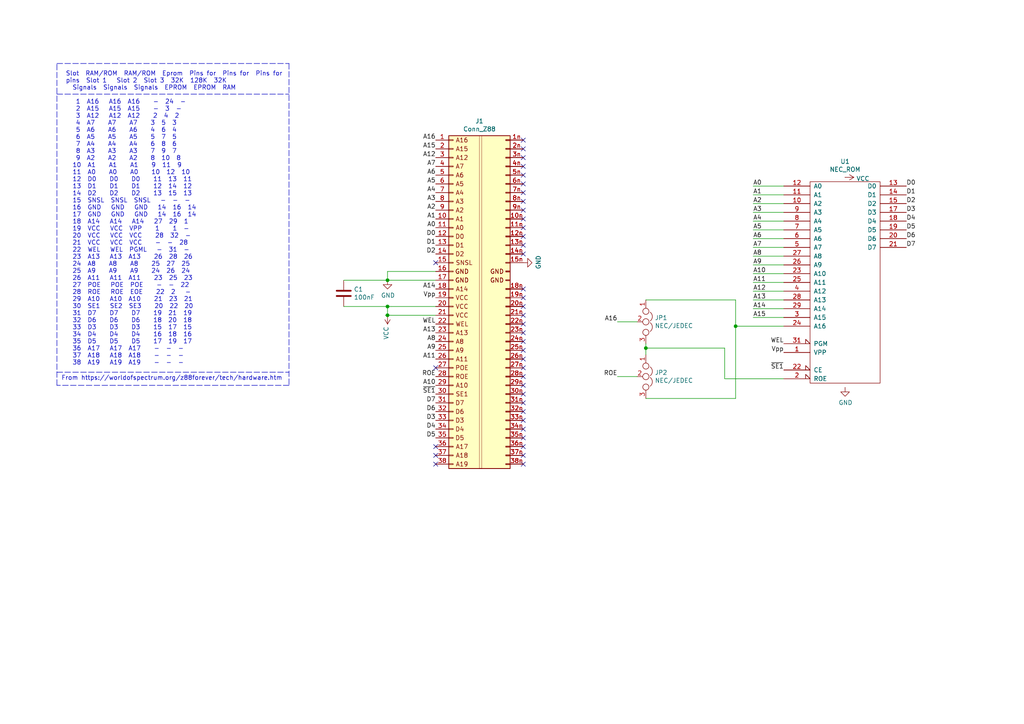
<source format=kicad_sch>
(kicad_sch
	(version 20231120)
	(generator "eeschema")
	(generator_version "8.0")
	(uuid "9f9f029b-89ab-4198-ac64-09bf7bebdd87")
	(paper "A4")
	(title_block
		(title "Z88 EPROM Card")
		(date "2025-01-13")
		(rev "1.5")
		(company "XavSnap/markaudacity")
	)
	(lib_symbols
		(symbol "Device:C"
			(pin_numbers hide)
			(pin_names
				(offset 0.254)
			)
			(exclude_from_sim no)
			(in_bom yes)
			(on_board yes)
			(property "Reference" "C"
				(at 0.635 2.54 0)
				(effects
					(font
						(size 1.27 1.27)
					)
					(justify left)
				)
			)
			(property "Value" "C"
				(at 0.635 -2.54 0)
				(effects
					(font
						(size 1.27 1.27)
					)
					(justify left)
				)
			)
			(property "Footprint" ""
				(at 0.9652 -3.81 0)
				(effects
					(font
						(size 1.27 1.27)
					)
					(hide yes)
				)
			)
			(property "Datasheet" "~"
				(at 0 0 0)
				(effects
					(font
						(size 1.27 1.27)
					)
					(hide yes)
				)
			)
			(property "Description" "Unpolarized capacitor"
				(at 0 0 0)
				(effects
					(font
						(size 1.27 1.27)
					)
					(hide yes)
				)
			)
			(property "ki_keywords" "cap capacitor"
				(at 0 0 0)
				(effects
					(font
						(size 1.27 1.27)
					)
					(hide yes)
				)
			)
			(property "ki_fp_filters" "C_*"
				(at 0 0 0)
				(effects
					(font
						(size 1.27 1.27)
					)
					(hide yes)
				)
			)
			(symbol "C_0_1"
				(polyline
					(pts
						(xy -2.032 -0.762) (xy 2.032 -0.762)
					)
					(stroke
						(width 0.508)
						(type default)
					)
					(fill
						(type none)
					)
				)
				(polyline
					(pts
						(xy -2.032 0.762) (xy 2.032 0.762)
					)
					(stroke
						(width 0.508)
						(type default)
					)
					(fill
						(type none)
					)
				)
			)
			(symbol "C_1_1"
				(pin passive line
					(at 0 3.81 270)
					(length 2.794)
					(name "~"
						(effects
							(font
								(size 1.27 1.27)
							)
						)
					)
					(number "1"
						(effects
							(font
								(size 1.27 1.27)
							)
						)
					)
				)
				(pin passive line
					(at 0 -3.81 90)
					(length 2.794)
					(name "~"
						(effects
							(font
								(size 1.27 1.27)
							)
						)
					)
					(number "2"
						(effects
							(font
								(size 1.27 1.27)
							)
						)
					)
				)
			)
		)
		(symbol "Device:Jumper_NC_Dual"
			(pin_names
				(offset 0.762) hide)
			(exclude_from_sim no)
			(in_bom yes)
			(on_board yes)
			(property "Reference" "JP"
				(at 1.27 -2.54 0)
				(effects
					(font
						(size 1.27 1.27)
					)
					(justify left)
				)
			)
			(property "Value" "Device_Jumper_NC_Dual"
				(at 0 2.54 0)
				(effects
					(font
						(size 1.27 1.27)
					)
					(justify bottom)
				)
			)
			(property "Footprint" ""
				(at 0 0 0)
				(effects
					(font
						(size 1.27 1.27)
					)
					(hide yes)
				)
			)
			(property "Datasheet" ""
				(at 0 0 0)
				(effects
					(font
						(size 1.27 1.27)
					)
					(hide yes)
				)
			)
			(property "Description" ""
				(at 0 0 0)
				(effects
					(font
						(size 1.27 1.27)
					)
					(hide yes)
				)
			)
			(property "ki_fp_filters" "SolderJumper*Bridged* Jumper* TestPoint*2Pads* TestPoint*Bridge*"
				(at 0 0 0)
				(effects
					(font
						(size 1.27 1.27)
					)
					(hide yes)
				)
			)
			(symbol "Jumper_NC_Dual_0_1"
				(circle
					(center -3.048 0)
					(radius 0.889)
					(stroke
						(width 0)
						(type solid)
					)
					(fill
						(type none)
					)
				)
				(arc
					(start -0.254 1.27)
					(mid -1.524 1.8804)
					(end -2.794 1.27)
					(stroke
						(width 0)
						(type solid)
					)
					(fill
						(type none)
					)
				)
				(circle
					(center 0 0)
					(radius 0.9144)
					(stroke
						(width 0)
						(type solid)
					)
					(fill
						(type none)
					)
				)
				(arc
					(start 2.794 1.27)
					(mid 1.524 1.8804)
					(end 0.254 1.27)
					(stroke
						(width 0)
						(type solid)
					)
					(fill
						(type none)
					)
				)
				(circle
					(center 3.048 0)
					(radius 0.889)
					(stroke
						(width 0)
						(type solid)
					)
					(fill
						(type none)
					)
				)
				(pin passive line
					(at -6.35 0 0)
					(length 2.413)
					(name "1"
						(effects
							(font
								(size 1.27 1.27)
							)
						)
					)
					(number "1"
						(effects
							(font
								(size 1.27 1.27)
							)
						)
					)
				)
				(pin passive line
					(at 0 -2.54 90)
					(length 1.524)
					(name "2"
						(effects
							(font
								(size 1.27 1.27)
							)
						)
					)
					(number "2"
						(effects
							(font
								(size 1.27 1.27)
							)
						)
					)
				)
				(pin passive line
					(at 6.35 0 180)
					(length 2.413)
					(name "3"
						(effects
							(font
								(size 1.27 1.27)
							)
						)
					)
					(number "3"
						(effects
							(font
								(size 1.27 1.27)
							)
						)
					)
				)
			)
		)
		(symbol "Z88:Conn_Z88"
			(pin_names
				(offset 1.016) hide)
			(exclude_from_sim no)
			(in_bom yes)
			(on_board yes)
			(property "Reference" "J"
				(at 8.89 1.27 0)
				(effects
					(font
						(size 1.27 1.27)
					)
				)
			)
			(property "Value" "Conn_Z88"
				(at 8.89 -97.79 0)
				(effects
					(font
						(size 1.27 1.27)
					)
				)
			)
			(property "Footprint" ""
				(at 1.27 -46.99 0)
				(effects
					(font
						(size 1.27 1.27)
					)
					(hide yes)
				)
			)
			(property "Datasheet" "~"
				(at 1.27 -46.99 0)
				(effects
					(font
						(size 1.27 1.27)
					)
					(hide yes)
				)
			)
			(property "Description" "Generic connector, double row, 02x38, top/bottom pin numbering scheme (row 1: 1...pins_per_row, row2: pins_per_row+1 ... num_pins)"
				(at 0 0 0)
				(effects
					(font
						(size 1.27 1.27)
					)
					(hide yes)
				)
			)
			(property "ki_keywords" "connector"
				(at 0 0 0)
				(effects
					(font
						(size 1.27 1.27)
					)
					(hide yes)
				)
			)
			(property "ki_fp_filters" "Connector*:*2x??x*mm* Connector*:*2x???Pitch*"
				(at 0 0 0)
				(effects
					(font
						(size 1.27 1.27)
					)
					(hide yes)
				)
			)
			(symbol "Conn_Z88_0_0"
				(text "GND"
					(at 13.97 -39.37 0)
					(effects
						(font
							(size 1.27 1.27)
						)
					)
				)
				(text "GND"
					(at 13.97 -39.37 0)
					(effects
						(font
							(size 1.27 1.27)
						)
					)
				)
				(text "WEL"
					(at 3.81 -54.61 0)
					(effects
						(font
							(size 1.27 1.27)
						)
					)
				)
			)
			(symbol "Conn_Z88_1_1"
				(rectangle
					(start 0 -95.123)
					(end 1.27 -95.377)
					(stroke
						(width 0.1524)
						(type solid)
					)
					(fill
						(type none)
					)
				)
				(rectangle
					(start 0 -92.583)
					(end 1.27 -92.837)
					(stroke
						(width 0.1524)
						(type solid)
					)
					(fill
						(type none)
					)
				)
				(rectangle
					(start 0 -90.043)
					(end 1.27 -90.297)
					(stroke
						(width 0.1524)
						(type solid)
					)
					(fill
						(type none)
					)
				)
				(rectangle
					(start 0 -87.503)
					(end 1.27 -87.757)
					(stroke
						(width 0.1524)
						(type solid)
					)
					(fill
						(type none)
					)
				)
				(rectangle
					(start 0 -84.963)
					(end 1.27 -85.217)
					(stroke
						(width 0.1524)
						(type solid)
					)
					(fill
						(type none)
					)
				)
				(rectangle
					(start 0 -82.423)
					(end 1.27 -82.677)
					(stroke
						(width 0.1524)
						(type solid)
					)
					(fill
						(type none)
					)
				)
				(rectangle
					(start 0 -79.883)
					(end 1.27 -80.137)
					(stroke
						(width 0.1524)
						(type solid)
					)
					(fill
						(type none)
					)
				)
				(rectangle
					(start 0 -77.343)
					(end 1.27 -77.597)
					(stroke
						(width 0.1524)
						(type solid)
					)
					(fill
						(type none)
					)
				)
				(rectangle
					(start 0 -74.803)
					(end 1.27 -75.057)
					(stroke
						(width 0.1524)
						(type solid)
					)
					(fill
						(type none)
					)
				)
				(rectangle
					(start 0 -72.263)
					(end 1.27 -72.517)
					(stroke
						(width 0.1524)
						(type solid)
					)
					(fill
						(type none)
					)
				)
				(rectangle
					(start 0 -69.723)
					(end 1.27 -69.977)
					(stroke
						(width 0.1524)
						(type solid)
					)
					(fill
						(type none)
					)
				)
				(rectangle
					(start 0 -67.183)
					(end 1.27 -67.437)
					(stroke
						(width 0.1524)
						(type solid)
					)
					(fill
						(type none)
					)
				)
				(rectangle
					(start 0 -64.643)
					(end 1.27 -64.897)
					(stroke
						(width 0.1524)
						(type solid)
					)
					(fill
						(type none)
					)
				)
				(rectangle
					(start 0 -62.103)
					(end 1.27 -62.357)
					(stroke
						(width 0.1524)
						(type solid)
					)
					(fill
						(type none)
					)
				)
				(rectangle
					(start 0 -59.563)
					(end 1.27 -59.817)
					(stroke
						(width 0.1524)
						(type solid)
					)
					(fill
						(type none)
					)
				)
				(rectangle
					(start 0 -57.023)
					(end 1.27 -57.277)
					(stroke
						(width 0.1524)
						(type solid)
					)
					(fill
						(type none)
					)
				)
				(rectangle
					(start 0 -54.483)
					(end 1.27 -54.737)
					(stroke
						(width 0.1524)
						(type solid)
					)
					(fill
						(type none)
					)
				)
				(rectangle
					(start 0 -51.943)
					(end 1.27 -52.197)
					(stroke
						(width 0.1524)
						(type solid)
					)
					(fill
						(type none)
					)
				)
				(rectangle
					(start 0 -49.403)
					(end 1.27 -49.657)
					(stroke
						(width 0.1524)
						(type solid)
					)
					(fill
						(type none)
					)
				)
				(rectangle
					(start 0 -46.863)
					(end 1.27 -47.117)
					(stroke
						(width 0.1524)
						(type solid)
					)
					(fill
						(type none)
					)
				)
				(rectangle
					(start 0 -44.323)
					(end 1.27 -44.577)
					(stroke
						(width 0.1524)
						(type solid)
					)
					(fill
						(type none)
					)
				)
				(rectangle
					(start 0 -41.783)
					(end 1.27 -42.037)
					(stroke
						(width 0.1524)
						(type solid)
					)
					(fill
						(type none)
					)
				)
				(rectangle
					(start 0 -39.243)
					(end 1.27 -39.497)
					(stroke
						(width 0.1524)
						(type solid)
					)
					(fill
						(type none)
					)
				)
				(rectangle
					(start 0 -36.703)
					(end 1.27 -36.957)
					(stroke
						(width 0.1524)
						(type solid)
					)
					(fill
						(type none)
					)
				)
				(rectangle
					(start 0 -34.163)
					(end 1.27 -34.417)
					(stroke
						(width 0.1524)
						(type solid)
					)
					(fill
						(type none)
					)
				)
				(rectangle
					(start 0 -31.623)
					(end 1.27 -31.877)
					(stroke
						(width 0.1524)
						(type solid)
					)
					(fill
						(type none)
					)
				)
				(rectangle
					(start 0 -29.083)
					(end 1.27 -29.337)
					(stroke
						(width 0.1524)
						(type solid)
					)
					(fill
						(type none)
					)
				)
				(rectangle
					(start 0 -26.543)
					(end 1.27 -26.797)
					(stroke
						(width 0.1524)
						(type solid)
					)
					(fill
						(type none)
					)
				)
				(rectangle
					(start 0 -24.003)
					(end 1.27 -24.257)
					(stroke
						(width 0.1524)
						(type solid)
					)
					(fill
						(type none)
					)
				)
				(rectangle
					(start 0 -21.463)
					(end 1.27 -21.717)
					(stroke
						(width 0.1524)
						(type solid)
					)
					(fill
						(type none)
					)
				)
				(rectangle
					(start 0 -18.923)
					(end 1.27 -19.177)
					(stroke
						(width 0.1524)
						(type solid)
					)
					(fill
						(type none)
					)
				)
				(rectangle
					(start 0 -16.383)
					(end 1.27 -16.637)
					(stroke
						(width 0.1524)
						(type solid)
					)
					(fill
						(type none)
					)
				)
				(rectangle
					(start 0 -13.843)
					(end 1.27 -14.097)
					(stroke
						(width 0.1524)
						(type solid)
					)
					(fill
						(type none)
					)
				)
				(rectangle
					(start 0 -11.303)
					(end 1.27 -11.557)
					(stroke
						(width 0.1524)
						(type solid)
					)
					(fill
						(type none)
					)
				)
				(rectangle
					(start 0 -8.763)
					(end 1.27 -9.017)
					(stroke
						(width 0.1524)
						(type solid)
					)
					(fill
						(type none)
					)
				)
				(rectangle
					(start 0 -6.223)
					(end 1.27 -6.477)
					(stroke
						(width 0.1524)
						(type solid)
					)
					(fill
						(type none)
					)
				)
				(rectangle
					(start 0 -3.683)
					(end 1.27 -3.937)
					(stroke
						(width 0.1524)
						(type solid)
					)
					(fill
						(type none)
					)
				)
				(rectangle
					(start 0 -1.143)
					(end 1.27 -1.397)
					(stroke
						(width 0.1524)
						(type solid)
					)
					(fill
						(type none)
					)
				)
				(rectangle
					(start 0 0)
					(end 17.78 -96.52)
					(stroke
						(width 0.254)
						(type solid)
					)
					(fill
						(type background)
					)
				)
				(rectangle
					(start 8.89 0)
					(end 9.525 -96.52)
					(stroke
						(width 0.0254)
						(type solid)
					)
					(fill
						(type background)
					)
				)
				(rectangle
					(start 17.78 -95.123)
					(end 16.51 -95.377)
					(stroke
						(width 0.1524)
						(type solid)
					)
					(fill
						(type none)
					)
				)
				(rectangle
					(start 17.78 -95.123)
					(end 16.51 -95.377)
					(stroke
						(width 0.1524)
						(type solid)
					)
					(fill
						(type none)
					)
				)
				(rectangle
					(start 17.78 -92.583)
					(end 16.51 -92.837)
					(stroke
						(width 0.1524)
						(type solid)
					)
					(fill
						(type none)
					)
				)
				(rectangle
					(start 17.78 -92.583)
					(end 16.51 -92.837)
					(stroke
						(width 0.1524)
						(type solid)
					)
					(fill
						(type none)
					)
				)
				(rectangle
					(start 17.78 -90.043)
					(end 16.51 -90.297)
					(stroke
						(width 0.1524)
						(type solid)
					)
					(fill
						(type none)
					)
				)
				(rectangle
					(start 17.78 -90.043)
					(end 16.51 -90.297)
					(stroke
						(width 0.1524)
						(type solid)
					)
					(fill
						(type none)
					)
				)
				(rectangle
					(start 17.78 -87.503)
					(end 16.51 -87.757)
					(stroke
						(width 0.1524)
						(type solid)
					)
					(fill
						(type none)
					)
				)
				(rectangle
					(start 17.78 -87.503)
					(end 16.51 -87.757)
					(stroke
						(width 0.1524)
						(type solid)
					)
					(fill
						(type none)
					)
				)
				(rectangle
					(start 17.78 -84.963)
					(end 16.51 -85.217)
					(stroke
						(width 0.1524)
						(type solid)
					)
					(fill
						(type none)
					)
				)
				(rectangle
					(start 17.78 -84.963)
					(end 16.51 -85.217)
					(stroke
						(width 0.1524)
						(type solid)
					)
					(fill
						(type none)
					)
				)
				(rectangle
					(start 17.78 -82.423)
					(end 16.51 -82.677)
					(stroke
						(width 0.1524)
						(type solid)
					)
					(fill
						(type none)
					)
				)
				(rectangle
					(start 17.78 -82.423)
					(end 16.51 -82.677)
					(stroke
						(width 0.1524)
						(type solid)
					)
					(fill
						(type none)
					)
				)
				(rectangle
					(start 17.78 -79.883)
					(end 16.51 -80.137)
					(stroke
						(width 0.1524)
						(type solid)
					)
					(fill
						(type none)
					)
				)
				(rectangle
					(start 17.78 -79.883)
					(end 16.51 -80.137)
					(stroke
						(width 0.1524)
						(type solid)
					)
					(fill
						(type none)
					)
				)
				(rectangle
					(start 17.78 -77.343)
					(end 16.51 -77.597)
					(stroke
						(width 0.1524)
						(type solid)
					)
					(fill
						(type none)
					)
				)
				(rectangle
					(start 17.78 -77.343)
					(end 16.51 -77.597)
					(stroke
						(width 0.1524)
						(type solid)
					)
					(fill
						(type none)
					)
				)
				(rectangle
					(start 17.78 -74.803)
					(end 16.51 -75.057)
					(stroke
						(width 0.1524)
						(type solid)
					)
					(fill
						(type none)
					)
				)
				(rectangle
					(start 17.78 -74.803)
					(end 16.51 -75.057)
					(stroke
						(width 0.1524)
						(type solid)
					)
					(fill
						(type none)
					)
				)
				(rectangle
					(start 17.78 -72.263)
					(end 16.51 -72.517)
					(stroke
						(width 0.1524)
						(type solid)
					)
					(fill
						(type none)
					)
				)
				(rectangle
					(start 17.78 -72.263)
					(end 16.51 -72.517)
					(stroke
						(width 0.1524)
						(type solid)
					)
					(fill
						(type none)
					)
				)
				(rectangle
					(start 17.78 -69.723)
					(end 16.51 -69.977)
					(stroke
						(width 0.1524)
						(type solid)
					)
					(fill
						(type none)
					)
				)
				(rectangle
					(start 17.78 -69.723)
					(end 16.51 -69.977)
					(stroke
						(width 0.1524)
						(type solid)
					)
					(fill
						(type none)
					)
				)
				(rectangle
					(start 17.78 -67.183)
					(end 16.51 -67.437)
					(stroke
						(width 0.1524)
						(type solid)
					)
					(fill
						(type none)
					)
				)
				(rectangle
					(start 17.78 -67.183)
					(end 16.51 -67.437)
					(stroke
						(width 0.1524)
						(type solid)
					)
					(fill
						(type none)
					)
				)
				(rectangle
					(start 17.78 -64.643)
					(end 16.51 -64.897)
					(stroke
						(width 0.1524)
						(type solid)
					)
					(fill
						(type none)
					)
				)
				(rectangle
					(start 17.78 -64.643)
					(end 16.51 -64.897)
					(stroke
						(width 0.1524)
						(type solid)
					)
					(fill
						(type none)
					)
				)
				(rectangle
					(start 17.78 -62.103)
					(end 16.51 -62.357)
					(stroke
						(width 0.1524)
						(type solid)
					)
					(fill
						(type none)
					)
				)
				(rectangle
					(start 17.78 -62.103)
					(end 16.51 -62.357)
					(stroke
						(width 0.1524)
						(type solid)
					)
					(fill
						(type none)
					)
				)
				(rectangle
					(start 17.78 -59.563)
					(end 16.51 -59.817)
					(stroke
						(width 0.1524)
						(type solid)
					)
					(fill
						(type none)
					)
				)
				(rectangle
					(start 17.78 -59.563)
					(end 16.51 -59.817)
					(stroke
						(width 0.1524)
						(type solid)
					)
					(fill
						(type none)
					)
				)
				(rectangle
					(start 17.78 -57.023)
					(end 16.51 -57.277)
					(stroke
						(width 0.1524)
						(type solid)
					)
					(fill
						(type none)
					)
				)
				(rectangle
					(start 17.78 -57.023)
					(end 16.51 -57.277)
					(stroke
						(width 0.1524)
						(type solid)
					)
					(fill
						(type none)
					)
				)
				(rectangle
					(start 17.78 -54.483)
					(end 16.51 -54.737)
					(stroke
						(width 0.1524)
						(type solid)
					)
					(fill
						(type none)
					)
				)
				(rectangle
					(start 17.78 -54.483)
					(end 16.51 -54.737)
					(stroke
						(width 0.1524)
						(type solid)
					)
					(fill
						(type none)
					)
				)
				(rectangle
					(start 17.78 -51.943)
					(end 16.51 -52.197)
					(stroke
						(width 0.1524)
						(type solid)
					)
					(fill
						(type none)
					)
				)
				(rectangle
					(start 17.78 -51.943)
					(end 16.51 -52.197)
					(stroke
						(width 0.1524)
						(type solid)
					)
					(fill
						(type none)
					)
				)
				(rectangle
					(start 17.78 -49.403)
					(end 16.51 -49.657)
					(stroke
						(width 0.1524)
						(type solid)
					)
					(fill
						(type none)
					)
				)
				(rectangle
					(start 17.78 -49.403)
					(end 16.51 -49.657)
					(stroke
						(width 0.1524)
						(type solid)
					)
					(fill
						(type none)
					)
				)
				(rectangle
					(start 17.78 -46.863)
					(end 16.51 -47.117)
					(stroke
						(width 0.1524)
						(type solid)
					)
					(fill
						(type none)
					)
				)
				(rectangle
					(start 17.78 -46.863)
					(end 16.51 -47.117)
					(stroke
						(width 0.1524)
						(type solid)
					)
					(fill
						(type none)
					)
				)
				(rectangle
					(start 17.78 -44.323)
					(end 16.51 -44.577)
					(stroke
						(width 0.1524)
						(type solid)
					)
					(fill
						(type none)
					)
				)
				(rectangle
					(start 17.78 -44.323)
					(end 16.51 -44.577)
					(stroke
						(width 0.1524)
						(type solid)
					)
					(fill
						(type none)
					)
				)
				(rectangle
					(start 17.78 -41.783)
					(end 16.51 -42.037)
					(stroke
						(width 0.1524)
						(type solid)
					)
					(fill
						(type none)
					)
				)
				(rectangle
					(start 17.78 -41.783)
					(end 16.51 -42.037)
					(stroke
						(width 0.1524)
						(type solid)
					)
					(fill
						(type none)
					)
				)
				(rectangle
					(start 17.78 -39.243)
					(end 16.51 -39.497)
					(stroke
						(width 0.1524)
						(type solid)
					)
					(fill
						(type none)
					)
				)
				(rectangle
					(start 17.78 -39.243)
					(end 16.51 -39.497)
					(stroke
						(width 0.1524)
						(type solid)
					)
					(fill
						(type none)
					)
				)
				(rectangle
					(start 17.78 -36.703)
					(end 16.51 -36.957)
					(stroke
						(width 0.1524)
						(type solid)
					)
					(fill
						(type none)
					)
				)
				(rectangle
					(start 17.78 -36.703)
					(end 16.51 -36.957)
					(stroke
						(width 0.1524)
						(type solid)
					)
					(fill
						(type none)
					)
				)
				(rectangle
					(start 17.78 -34.163)
					(end 16.51 -34.417)
					(stroke
						(width 0.1524)
						(type solid)
					)
					(fill
						(type none)
					)
				)
				(rectangle
					(start 17.78 -34.163)
					(end 16.51 -34.417)
					(stroke
						(width 0.1524)
						(type solid)
					)
					(fill
						(type none)
					)
				)
				(rectangle
					(start 17.78 -31.623)
					(end 16.51 -31.877)
					(stroke
						(width 0.1524)
						(type solid)
					)
					(fill
						(type none)
					)
				)
				(rectangle
					(start 17.78 -31.623)
					(end 16.51 -31.877)
					(stroke
						(width 0.1524)
						(type solid)
					)
					(fill
						(type none)
					)
				)
				(rectangle
					(start 17.78 -29.083)
					(end 16.51 -29.337)
					(stroke
						(width 0.1524)
						(type solid)
					)
					(fill
						(type none)
					)
				)
				(rectangle
					(start 17.78 -29.083)
					(end 16.51 -29.337)
					(stroke
						(width 0.1524)
						(type solid)
					)
					(fill
						(type none)
					)
				)
				(rectangle
					(start 17.78 -26.543)
					(end 16.51 -26.797)
					(stroke
						(width 0.1524)
						(type solid)
					)
					(fill
						(type none)
					)
				)
				(rectangle
					(start 17.78 -26.543)
					(end 16.51 -26.797)
					(stroke
						(width 0.1524)
						(type solid)
					)
					(fill
						(type none)
					)
				)
				(rectangle
					(start 17.78 -24.003)
					(end 16.51 -24.257)
					(stroke
						(width 0.1524)
						(type solid)
					)
					(fill
						(type none)
					)
				)
				(rectangle
					(start 17.78 -24.003)
					(end 16.51 -24.257)
					(stroke
						(width 0.1524)
						(type solid)
					)
					(fill
						(type none)
					)
				)
				(rectangle
					(start 17.78 -21.463)
					(end 16.51 -21.717)
					(stroke
						(width 0.1524)
						(type solid)
					)
					(fill
						(type none)
					)
				)
				(rectangle
					(start 17.78 -21.463)
					(end 16.51 -21.717)
					(stroke
						(width 0.1524)
						(type solid)
					)
					(fill
						(type none)
					)
				)
				(rectangle
					(start 17.78 -18.923)
					(end 16.51 -19.177)
					(stroke
						(width 0.1524)
						(type solid)
					)
					(fill
						(type none)
					)
				)
				(rectangle
					(start 17.78 -18.923)
					(end 16.51 -19.177)
					(stroke
						(width 0.1524)
						(type solid)
					)
					(fill
						(type none)
					)
				)
				(rectangle
					(start 17.78 -16.383)
					(end 16.51 -16.637)
					(stroke
						(width 0.1524)
						(type solid)
					)
					(fill
						(type none)
					)
				)
				(rectangle
					(start 17.78 -16.383)
					(end 16.51 -16.637)
					(stroke
						(width 0.1524)
						(type solid)
					)
					(fill
						(type none)
					)
				)
				(rectangle
					(start 17.78 -13.843)
					(end 16.51 -14.097)
					(stroke
						(width 0.1524)
						(type solid)
					)
					(fill
						(type none)
					)
				)
				(rectangle
					(start 17.78 -13.843)
					(end 16.51 -14.097)
					(stroke
						(width 0.1524)
						(type solid)
					)
					(fill
						(type none)
					)
				)
				(rectangle
					(start 17.78 -11.303)
					(end 16.51 -11.557)
					(stroke
						(width 0.1524)
						(type solid)
					)
					(fill
						(type none)
					)
				)
				(rectangle
					(start 17.78 -11.303)
					(end 16.51 -11.557)
					(stroke
						(width 0.1524)
						(type solid)
					)
					(fill
						(type none)
					)
				)
				(rectangle
					(start 17.78 -8.763)
					(end 16.51 -9.017)
					(stroke
						(width 0.1524)
						(type solid)
					)
					(fill
						(type none)
					)
				)
				(rectangle
					(start 17.78 -8.763)
					(end 16.51 -9.017)
					(stroke
						(width 0.1524)
						(type solid)
					)
					(fill
						(type none)
					)
				)
				(rectangle
					(start 17.78 -6.223)
					(end 16.51 -6.477)
					(stroke
						(width 0.1524)
						(type solid)
					)
					(fill
						(type none)
					)
				)
				(rectangle
					(start 17.78 -6.223)
					(end 16.51 -6.477)
					(stroke
						(width 0.1524)
						(type solid)
					)
					(fill
						(type none)
					)
				)
				(rectangle
					(start 17.78 -3.683)
					(end 16.51 -3.937)
					(stroke
						(width 0.1524)
						(type solid)
					)
					(fill
						(type none)
					)
				)
				(rectangle
					(start 17.78 -3.683)
					(end 16.51 -3.937)
					(stroke
						(width 0.1524)
						(type solid)
					)
					(fill
						(type none)
					)
				)
				(rectangle
					(start 17.78 -1.143)
					(end 16.51 -1.397)
					(stroke
						(width 0.1524)
						(type solid)
					)
					(fill
						(type none)
					)
				)
				(rectangle
					(start 17.78 -1.143)
					(end 16.51 -1.397)
					(stroke
						(width 0.1524)
						(type solid)
					)
					(fill
						(type none)
					)
				)
				(text "A0"
					(at 3.175 -26.67 0)
					(effects
						(font
							(size 1.27 1.27)
						)
					)
				)
				(text "A1"
					(at 3.175 -24.13 0)
					(effects
						(font
							(size 1.27 1.27)
						)
					)
				)
				(text "A10"
					(at 3.81 -72.39 0)
					(effects
						(font
							(size 1.27 1.27)
						)
					)
				)
				(text "A11"
					(at 3.81 -64.77 0)
					(effects
						(font
							(size 1.27 1.27)
						)
					)
				)
				(text "A12"
					(at 3.81 -6.35 0)
					(effects
						(font
							(size 1.27 1.27)
						)
					)
				)
				(text "A13"
					(at 3.81 -57.15 0)
					(effects
						(font
							(size 1.27 1.27)
						)
					)
				)
				(text "A14"
					(at 3.81 -44.45 0)
					(effects
						(font
							(size 1.27 1.27)
						)
					)
				)
				(text "A15"
					(at 3.81 -3.81 0)
					(effects
						(font
							(size 1.27 1.27)
						)
					)
				)
				(text "A16"
					(at 3.81 -1.27 0)
					(effects
						(font
							(size 1.27 1.27)
						)
					)
				)
				(text "A17"
					(at 3.81 -90.17 0)
					(effects
						(font
							(size 1.27 1.27)
						)
					)
				)
				(text "A18"
					(at 3.81 -92.71 0)
					(effects
						(font
							(size 1.27 1.27)
						)
					)
				)
				(text "A19"
					(at 3.81 -95.25 0)
					(effects
						(font
							(size 1.27 1.27)
						)
					)
				)
				(text "A2"
					(at 3.175 -21.59 0)
					(effects
						(font
							(size 1.27 1.27)
						)
					)
				)
				(text "A3"
					(at 3.175 -19.05 0)
					(effects
						(font
							(size 1.27 1.27)
						)
					)
				)
				(text "A4"
					(at 3.175 -16.51 0)
					(effects
						(font
							(size 1.27 1.27)
						)
					)
				)
				(text "A5"
					(at 3.175 -13.97 0)
					(effects
						(font
							(size 1.27 1.27)
						)
					)
				)
				(text "A6"
					(at 3.175 -11.43 0)
					(effects
						(font
							(size 1.27 1.27)
						)
					)
				)
				(text "A7"
					(at 3.175 -8.89 0)
					(effects
						(font
							(size 1.27 1.27)
						)
					)
				)
				(text "A8"
					(at 3.175 -59.69 0)
					(effects
						(font
							(size 1.27 1.27)
						)
					)
				)
				(text "A9"
					(at 3.175 -62.23 0)
					(effects
						(font
							(size 1.27 1.27)
						)
					)
				)
				(text "D0"
					(at 3.175 -29.21 0)
					(effects
						(font
							(size 1.27 1.27)
						)
					)
				)
				(text "D1"
					(at 3.175 -31.75 0)
					(effects
						(font
							(size 1.27 1.27)
						)
					)
				)
				(text "D2"
					(at 3.175 -34.29 0)
					(effects
						(font
							(size 1.27 1.27)
						)
					)
				)
				(text "D3"
					(at 3.175 -82.55 0)
					(effects
						(font
							(size 1.27 1.27)
						)
					)
				)
				(text "D4"
					(at 3.175 -85.09 0)
					(effects
						(font
							(size 1.27 1.27)
						)
					)
				)
				(text "D5"
					(at 3.175 -87.63 0)
					(effects
						(font
							(size 1.27 1.27)
						)
					)
				)
				(text "D6"
					(at 3.175 -80.01 0)
					(effects
						(font
							(size 1.27 1.27)
						)
					)
				)
				(text "D7"
					(at 3.175 -77.47 0)
					(effects
						(font
							(size 1.27 1.27)
						)
					)
				)
				(text "GND"
					(at 3.81 -41.91 0)
					(effects
						(font
							(size 1.27 1.27)
						)
					)
				)
				(text "GND"
					(at 3.81 -41.91 0)
					(effects
						(font
							(size 1.27 1.27)
						)
					)
				)
				(text "GND"
					(at 3.81 -39.37 0)
					(effects
						(font
							(size 1.27 1.27)
						)
					)
				)
				(text "GND"
					(at 3.81 -39.37 0)
					(effects
						(font
							(size 1.27 1.27)
						)
					)
				)
				(text "GND"
					(at 13.97 -41.91 0)
					(effects
						(font
							(size 1.27 1.27)
						)
					)
				)
				(text "GND"
					(at 13.97 -41.91 0)
					(effects
						(font
							(size 1.27 1.27)
						)
					)
				)
				(text "POE"
					(at 3.81 -67.31 0)
					(effects
						(font
							(size 1.27 1.27)
						)
					)
				)
				(text "ROE"
					(at 3.81 -69.85 0)
					(effects
						(font
							(size 1.27 1.27)
						)
					)
				)
				(text "SE1"
					(at 3.81 -74.93 0)
					(effects
						(font
							(size 1.27 1.27)
						)
					)
				)
				(text "SNSL"
					(at 4.445 -36.83 0)
					(effects
						(font
							(size 1.27 1.27)
						)
					)
				)
				(text "VCC"
					(at 3.81 -52.07 0)
					(effects
						(font
							(size 1.27 1.27)
						)
					)
				)
				(text "VCC"
					(at 3.81 -49.53 0)
					(effects
						(font
							(size 1.27 1.27)
						)
					)
				)
				(text "VCC"
					(at 3.81 -46.99 0)
					(effects
						(font
							(size 1.27 1.27)
						)
					)
				)
				(pin passive line
					(at -3.81 -1.27 0)
					(length 3.81)
					(name "Pin_1"
						(effects
							(font
								(size 1.27 1.27)
							)
						)
					)
					(number "1"
						(effects
							(font
								(size 1.27 1.27)
							)
						)
					)
				)
				(pin passive line
					(at -3.81 -24.13 0)
					(length 3.81)
					(name "Pin_10"
						(effects
							(font
								(size 1.27 1.27)
							)
						)
					)
					(number "10"
						(effects
							(font
								(size 1.27 1.27)
							)
						)
					)
				)
				(pin passive line
					(at 21.59 -24.13 180)
					(length 3.81)
					(name "Pin_48"
						(effects
							(font
								(size 1.27 1.27)
							)
						)
					)
					(number "10n"
						(effects
							(font
								(size 1.27 1.27)
							)
						)
					)
				)
				(pin passive line
					(at 21.59 -24.13 180)
					(length 3.81)
					(name "Pin_48"
						(effects
							(font
								(size 1.27 1.27)
							)
						)
					)
					(number "10n"
						(effects
							(font
								(size 1.27 1.27)
							)
						)
					)
				)
				(pin passive line
					(at -3.81 -26.67 0)
					(length 3.81)
					(name "Pin_11"
						(effects
							(font
								(size 1.27 1.27)
							)
						)
					)
					(number "11"
						(effects
							(font
								(size 1.27 1.27)
							)
						)
					)
				)
				(pin passive line
					(at 21.59 -26.67 180)
					(length 3.81)
					(name "Pin_49"
						(effects
							(font
								(size 1.27 1.27)
							)
						)
					)
					(number "11n"
						(effects
							(font
								(size 1.27 1.27)
							)
						)
					)
				)
				(pin passive line
					(at 21.59 -26.67 180)
					(length 3.81)
					(name "Pin_49"
						(effects
							(font
								(size 1.27 1.27)
							)
						)
					)
					(number "11n"
						(effects
							(font
								(size 1.27 1.27)
							)
						)
					)
				)
				(pin passive line
					(at -3.81 -29.21 0)
					(length 3.81)
					(name "Pin_12"
						(effects
							(font
								(size 1.27 1.27)
							)
						)
					)
					(number "12"
						(effects
							(font
								(size 1.27 1.27)
							)
						)
					)
				)
				(pin passive line
					(at 21.59 -29.21 180)
					(length 3.81)
					(name "Pin_50"
						(effects
							(font
								(size 1.27 1.27)
							)
						)
					)
					(number "12n"
						(effects
							(font
								(size 1.27 1.27)
							)
						)
					)
				)
				(pin passive line
					(at 21.59 -29.21 180)
					(length 3.81)
					(name "Pin_50"
						(effects
							(font
								(size 1.27 1.27)
							)
						)
					)
					(number "12n"
						(effects
							(font
								(size 1.27 1.27)
							)
						)
					)
				)
				(pin passive line
					(at -3.81 -31.75 0)
					(length 3.81)
					(name "Pin_13"
						(effects
							(font
								(size 1.27 1.27)
							)
						)
					)
					(number "13"
						(effects
							(font
								(size 1.27 1.27)
							)
						)
					)
				)
				(pin passive line
					(at 21.59 -31.75 180)
					(length 3.81)
					(name "Pin_51"
						(effects
							(font
								(size 1.27 1.27)
							)
						)
					)
					(number "13n"
						(effects
							(font
								(size 1.27 1.27)
							)
						)
					)
				)
				(pin passive line
					(at 21.59 -31.75 180)
					(length 3.81)
					(name "Pin_51"
						(effects
							(font
								(size 1.27 1.27)
							)
						)
					)
					(number "13n"
						(effects
							(font
								(size 1.27 1.27)
							)
						)
					)
				)
				(pin passive line
					(at -3.81 -34.29 0)
					(length 3.81)
					(name "Pin_14"
						(effects
							(font
								(size 1.27 1.27)
							)
						)
					)
					(number "14"
						(effects
							(font
								(size 1.27 1.27)
							)
						)
					)
				)
				(pin passive line
					(at 21.59 -34.29 180)
					(length 3.81)
					(name "Pin_52"
						(effects
							(font
								(size 1.27 1.27)
							)
						)
					)
					(number "14n"
						(effects
							(font
								(size 1.27 1.27)
							)
						)
					)
				)
				(pin passive line
					(at 21.59 -34.29 180)
					(length 3.81)
					(name "Pin_52"
						(effects
							(font
								(size 1.27 1.27)
							)
						)
					)
					(number "14n"
						(effects
							(font
								(size 1.27 1.27)
							)
						)
					)
				)
				(pin passive line
					(at -3.81 -36.83 0)
					(length 3.81)
					(name "GND"
						(effects
							(font
								(size 1.27 1.27)
							)
						)
					)
					(number "15"
						(effects
							(font
								(size 1.27 1.27)
							)
						)
					)
				)
				(pin passive line
					(at 21.59 -36.83 180)
					(length 3.81)
					(name "Pin_53"
						(effects
							(font
								(size 1.27 1.27)
							)
						)
					)
					(number "15n"
						(effects
							(font
								(size 1.27 1.27)
							)
						)
					)
				)
				(pin passive line
					(at 21.59 -36.83 180)
					(length 3.81)
					(name "Pin_53"
						(effects
							(font
								(size 1.27 1.27)
							)
						)
					)
					(number "15n"
						(effects
							(font
								(size 1.27 1.27)
							)
						)
					)
				)
				(pin passive line
					(at -3.81 -39.37 0)
					(length 3.81)
					(name "GND"
						(effects
							(font
								(size 1.27 1.27)
							)
						)
					)
					(number "16"
						(effects
							(font
								(size 1.27 1.27)
							)
						)
					)
				)
				(pin passive line
					(at -3.81 -41.91 0)
					(length 3.81)
					(name "GND"
						(effects
							(font
								(size 1.27 1.27)
							)
						)
					)
					(number "17"
						(effects
							(font
								(size 1.27 1.27)
							)
						)
					)
				)
				(pin passive line
					(at -3.81 -44.45 0)
					(length 3.81)
					(name "Pin_18"
						(effects
							(font
								(size 1.27 1.27)
							)
						)
					)
					(number "18"
						(effects
							(font
								(size 1.27 1.27)
							)
						)
					)
				)
				(pin passive line
					(at 21.59 -44.45 180)
					(length 3.81)
					(name "Pin_56"
						(effects
							(font
								(size 1.27 1.27)
							)
						)
					)
					(number "18n"
						(effects
							(font
								(size 1.27 1.27)
							)
						)
					)
				)
				(pin passive line
					(at 21.59 -44.45 180)
					(length 3.81)
					(name "Pin_56"
						(effects
							(font
								(size 1.27 1.27)
							)
						)
					)
					(number "18n"
						(effects
							(font
								(size 1.27 1.27)
							)
						)
					)
				)
				(pin passive line
					(at -3.81 -46.99 0)
					(length 3.81)
					(name "Pin_19"
						(effects
							(font
								(size 1.27 1.27)
							)
						)
					)
					(number "19"
						(effects
							(font
								(size 1.27 1.27)
							)
						)
					)
				)
				(pin passive line
					(at 21.59 -46.99 180)
					(length 3.81)
					(name "Pin_57"
						(effects
							(font
								(size 1.27 1.27)
							)
						)
					)
					(number "19n"
						(effects
							(font
								(size 1.27 1.27)
							)
						)
					)
				)
				(pin passive line
					(at 21.59 -46.99 180)
					(length 3.81)
					(name "Pin_57"
						(effects
							(font
								(size 1.27 1.27)
							)
						)
					)
					(number "19n"
						(effects
							(font
								(size 1.27 1.27)
							)
						)
					)
				)
				(pin passive line
					(at 21.59 -1.27 180)
					(length 3.81)
					(name "Pin_39"
						(effects
							(font
								(size 1.27 1.27)
							)
						)
					)
					(number "1n"
						(effects
							(font
								(size 1.27 1.27)
							)
						)
					)
				)
				(pin passive line
					(at 21.59 -1.27 180)
					(length 3.81)
					(name "Pin_39"
						(effects
							(font
								(size 1.27 1.27)
							)
						)
					)
					(number "1n"
						(effects
							(font
								(size 1.27 1.27)
							)
						)
					)
				)
				(pin passive line
					(at -3.81 -3.81 0)
					(length 3.81)
					(name "Pin_2"
						(effects
							(font
								(size 1.27 1.27)
							)
						)
					)
					(number "2"
						(effects
							(font
								(size 1.27 1.27)
							)
						)
					)
				)
				(pin passive line
					(at -3.81 -49.53 0)
					(length 3.81)
					(name "Pin_20"
						(effects
							(font
								(size 1.27 1.27)
							)
						)
					)
					(number "20"
						(effects
							(font
								(size 1.27 1.27)
							)
						)
					)
				)
				(pin passive line
					(at 21.59 -49.53 180)
					(length 3.81)
					(name "Pin_58"
						(effects
							(font
								(size 1.27 1.27)
							)
						)
					)
					(number "20n"
						(effects
							(font
								(size 1.27 1.27)
							)
						)
					)
				)
				(pin passive line
					(at 21.59 -49.53 180)
					(length 3.81)
					(name "Pin_58"
						(effects
							(font
								(size 1.27 1.27)
							)
						)
					)
					(number "20n"
						(effects
							(font
								(size 1.27 1.27)
							)
						)
					)
				)
				(pin passive line
					(at -3.81 -52.07 0)
					(length 3.81)
					(name "Pin_21"
						(effects
							(font
								(size 1.27 1.27)
							)
						)
					)
					(number "21"
						(effects
							(font
								(size 1.27 1.27)
							)
						)
					)
				)
				(pin passive line
					(at 21.59 -52.07 180)
					(length 3.81)
					(name "Pin_59"
						(effects
							(font
								(size 1.27 1.27)
							)
						)
					)
					(number "21n"
						(effects
							(font
								(size 1.27 1.27)
							)
						)
					)
				)
				(pin passive line
					(at 21.59 -52.07 180)
					(length 3.81)
					(name "Pin_59"
						(effects
							(font
								(size 1.27 1.27)
							)
						)
					)
					(number "21n"
						(effects
							(font
								(size 1.27 1.27)
							)
						)
					)
				)
				(pin passive line
					(at -3.81 -54.61 0)
					(length 3.81)
					(name "Pin_22"
						(effects
							(font
								(size 1.27 1.27)
							)
						)
					)
					(number "22"
						(effects
							(font
								(size 1.27 1.27)
							)
						)
					)
				)
				(pin passive line
					(at 21.59 -54.61 180)
					(length 3.81)
					(name "Pin_60"
						(effects
							(font
								(size 1.27 1.27)
							)
						)
					)
					(number "22n"
						(effects
							(font
								(size 1.27 1.27)
							)
						)
					)
				)
				(pin passive line
					(at 21.59 -54.61 180)
					(length 3.81)
					(name "Pin_60"
						(effects
							(font
								(size 1.27 1.27)
							)
						)
					)
					(number "22n"
						(effects
							(font
								(size 1.27 1.27)
							)
						)
					)
				)
				(pin passive line
					(at -3.81 -57.15 0)
					(length 3.81)
					(name "Pin_23"
						(effects
							(font
								(size 1.27 1.27)
							)
						)
					)
					(number "23"
						(effects
							(font
								(size 1.27 1.27)
							)
						)
					)
				)
				(pin passive line
					(at 21.59 -57.15 180)
					(length 3.81)
					(name "Pin_61"
						(effects
							(font
								(size 1.27 1.27)
							)
						)
					)
					(number "23n"
						(effects
							(font
								(size 1.27 1.27)
							)
						)
					)
				)
				(pin passive line
					(at 21.59 -57.15 180)
					(length 3.81)
					(name "Pin_61"
						(effects
							(font
								(size 1.27 1.27)
							)
						)
					)
					(number "23n"
						(effects
							(font
								(size 1.27 1.27)
							)
						)
					)
				)
				(pin passive line
					(at -3.81 -59.69 0)
					(length 3.81)
					(name "Pin_24"
						(effects
							(font
								(size 1.27 1.27)
							)
						)
					)
					(number "24"
						(effects
							(font
								(size 1.27 1.27)
							)
						)
					)
				)
				(pin passive line
					(at 21.59 -59.69 180)
					(length 3.81)
					(name "Pin_62"
						(effects
							(font
								(size 1.27 1.27)
							)
						)
					)
					(number "24n"
						(effects
							(font
								(size 1.27 1.27)
							)
						)
					)
				)
				(pin passive line
					(at 21.59 -59.69 180)
					(length 3.81)
					(name "Pin_62"
						(effects
							(font
								(size 1.27 1.27)
							)
						)
					)
					(number "24n"
						(effects
							(font
								(size 1.27 1.27)
							)
						)
					)
				)
				(pin passive line
					(at -3.81 -62.23 0)
					(length 3.81)
					(name "Pin_25"
						(effects
							(font
								(size 1.27 1.27)
							)
						)
					)
					(number "25"
						(effects
							(font
								(size 1.27 1.27)
							)
						)
					)
				)
				(pin passive line
					(at 21.59 -62.23 180)
					(length 3.81)
					(name "Pin_63"
						(effects
							(font
								(size 1.27 1.27)
							)
						)
					)
					(number "25n"
						(effects
							(font
								(size 1.27 1.27)
							)
						)
					)
				)
				(pin passive line
					(at 21.59 -62.23 180)
					(length 3.81)
					(name "Pin_63"
						(effects
							(font
								(size 1.27 1.27)
							)
						)
					)
					(number "25n"
						(effects
							(font
								(size 1.27 1.27)
							)
						)
					)
				)
				(pin passive line
					(at -3.81 -64.77 0)
					(length 3.81)
					(name "Pin_26"
						(effects
							(font
								(size 1.27 1.27)
							)
						)
					)
					(number "26"
						(effects
							(font
								(size 1.27 1.27)
							)
						)
					)
				)
				(pin passive line
					(at 21.59 -64.77 180)
					(length 3.81)
					(name "Pin_64"
						(effects
							(font
								(size 1.27 1.27)
							)
						)
					)
					(number "26n"
						(effects
							(font
								(size 1.27 1.27)
							)
						)
					)
				)
				(pin passive line
					(at 21.59 -64.77 180)
					(length 3.81)
					(name "Pin_64"
						(effects
							(font
								(size 1.27 1.27)
							)
						)
					)
					(number "26n"
						(effects
							(font
								(size 1.27 1.27)
							)
						)
					)
				)
				(pin passive line
					(at -3.81 -67.31 0)
					(length 3.81)
					(name "Pin_27"
						(effects
							(font
								(size 1.27 1.27)
							)
						)
					)
					(number "27"
						(effects
							(font
								(size 1.27 1.27)
							)
						)
					)
				)
				(pin passive line
					(at 21.59 -67.31 180)
					(length 3.81)
					(name "Pin_65"
						(effects
							(font
								(size 1.27 1.27)
							)
						)
					)
					(number "27n"
						(effects
							(font
								(size 1.27 1.27)
							)
						)
					)
				)
				(pin passive line
					(at 21.59 -67.31 180)
					(length 3.81)
					(name "Pin_65"
						(effects
							(font
								(size 1.27 1.27)
							)
						)
					)
					(number "27n"
						(effects
							(font
								(size 1.27 1.27)
							)
						)
					)
				)
				(pin passive line
					(at -3.81 -69.85 0)
					(length 3.81)
					(name "Pin_28"
						(effects
							(font
								(size 1.27 1.27)
							)
						)
					)
					(number "28"
						(effects
							(font
								(size 1.27 1.27)
							)
						)
					)
				)
				(pin passive line
					(at 21.59 -69.85 180)
					(length 3.81)
					(name "Pin_66"
						(effects
							(font
								(size 1.27 1.27)
							)
						)
					)
					(number "28n"
						(effects
							(font
								(size 1.27 1.27)
							)
						)
					)
				)
				(pin passive line
					(at 21.59 -69.85 180)
					(length 3.81)
					(name "Pin_66"
						(effects
							(font
								(size 1.27 1.27)
							)
						)
					)
					(number "28n"
						(effects
							(font
								(size 1.27 1.27)
							)
						)
					)
				)
				(pin passive line
					(at -3.81 -72.39 0)
					(length 3.81)
					(name "Pin_29"
						(effects
							(font
								(size 1.27 1.27)
							)
						)
					)
					(number "29"
						(effects
							(font
								(size 1.27 1.27)
							)
						)
					)
				)
				(pin passive line
					(at 21.59 -72.39 180)
					(length 3.81)
					(name "Pin_67"
						(effects
							(font
								(size 1.27 1.27)
							)
						)
					)
					(number "29n"
						(effects
							(font
								(size 1.27 1.27)
							)
						)
					)
				)
				(pin passive line
					(at 21.59 -72.39 180)
					(length 3.81)
					(name "Pin_67"
						(effects
							(font
								(size 1.27 1.27)
							)
						)
					)
					(number "29n"
						(effects
							(font
								(size 1.27 1.27)
							)
						)
					)
				)
				(pin passive line
					(at 21.59 -3.81 180)
					(length 3.81)
					(name "Pin_40"
						(effects
							(font
								(size 1.27 1.27)
							)
						)
					)
					(number "2n"
						(effects
							(font
								(size 1.27 1.27)
							)
						)
					)
				)
				(pin passive line
					(at 21.59 -3.81 180)
					(length 3.81)
					(name "Pin_40"
						(effects
							(font
								(size 1.27 1.27)
							)
						)
					)
					(number "2n"
						(effects
							(font
								(size 1.27 1.27)
							)
						)
					)
				)
				(pin passive line
					(at -3.81 -6.35 0)
					(length 3.81)
					(name "Pin_3"
						(effects
							(font
								(size 1.27 1.27)
							)
						)
					)
					(number "3"
						(effects
							(font
								(size 1.27 1.27)
							)
						)
					)
				)
				(pin passive line
					(at -3.81 -74.93 0)
					(length 3.81)
					(name "Pin_30"
						(effects
							(font
								(size 1.27 1.27)
							)
						)
					)
					(number "30"
						(effects
							(font
								(size 1.27 1.27)
							)
						)
					)
				)
				(pin passive line
					(at 21.59 -74.93 180)
					(length 3.81)
					(name "Pin_68"
						(effects
							(font
								(size 1.27 1.27)
							)
						)
					)
					(number "30n"
						(effects
							(font
								(size 1.27 1.27)
							)
						)
					)
				)
				(pin passive line
					(at 21.59 -74.93 180)
					(length 3.81)
					(name "Pin_68"
						(effects
							(font
								(size 1.27 1.27)
							)
						)
					)
					(number "30n"
						(effects
							(font
								(size 1.27 1.27)
							)
						)
					)
				)
				(pin passive line
					(at -3.81 -77.47 0)
					(length 3.81)
					(name "Pin_31"
						(effects
							(font
								(size 1.27 1.27)
							)
						)
					)
					(number "31"
						(effects
							(font
								(size 1.27 1.27)
							)
						)
					)
				)
				(pin passive line
					(at 21.59 -77.47 180)
					(length 3.81)
					(name "Pin_69"
						(effects
							(font
								(size 1.27 1.27)
							)
						)
					)
					(number "31n"
						(effects
							(font
								(size 1.27 1.27)
							)
						)
					)
				)
				(pin passive line
					(at 21.59 -77.47 180)
					(length 3.81)
					(name "Pin_69"
						(effects
							(font
								(size 1.27 1.27)
							)
						)
					)
					(number "31n"
						(effects
							(font
								(size 1.27 1.27)
							)
						)
					)
				)
				(pin passive line
					(at -3.81 -80.01 0)
					(length 3.81)
					(name "Pin_32"
						(effects
							(font
								(size 1.27 1.27)
							)
						)
					)
					(number "32"
						(effects
							(font
								(size 1.27 1.27)
							)
						)
					)
				)
				(pin passive line
					(at 21.59 -80.01 180)
					(length 3.81)
					(name "Pin_70"
						(effects
							(font
								(size 1.27 1.27)
							)
						)
					)
					(number "32n"
						(effects
							(font
								(size 1.27 1.27)
							)
						)
					)
				)
				(pin passive line
					(at 21.59 -80.01 180)
					(length 3.81)
					(name "Pin_70"
						(effects
							(font
								(size 1.27 1.27)
							)
						)
					)
					(number "32n"
						(effects
							(font
								(size 1.27 1.27)
							)
						)
					)
				)
				(pin passive line
					(at -3.81 -82.55 0)
					(length 3.81)
					(name "Pin_33"
						(effects
							(font
								(size 1.27 1.27)
							)
						)
					)
					(number "33"
						(effects
							(font
								(size 1.27 1.27)
							)
						)
					)
				)
				(pin passive line
					(at 21.59 -82.55 180)
					(length 3.81)
					(name "Pin_71"
						(effects
							(font
								(size 1.27 1.27)
							)
						)
					)
					(number "33n"
						(effects
							(font
								(size 1.27 1.27)
							)
						)
					)
				)
				(pin passive line
					(at 21.59 -82.55 180)
					(length 3.81)
					(name "Pin_71"
						(effects
							(font
								(size 1.27 1.27)
							)
						)
					)
					(number "33n"
						(effects
							(font
								(size 1.27 1.27)
							)
						)
					)
				)
				(pin passive line
					(at -3.81 -85.09 0)
					(length 3.81)
					(name "Pin_34"
						(effects
							(font
								(size 1.27 1.27)
							)
						)
					)
					(number "34"
						(effects
							(font
								(size 1.27 1.27)
							)
						)
					)
				)
				(pin passive line
					(at 21.59 -85.09 180)
					(length 3.81)
					(name "Pin_72"
						(effects
							(font
								(size 1.27 1.27)
							)
						)
					)
					(number "34n"
						(effects
							(font
								(size 1.27 1.27)
							)
						)
					)
				)
				(pin passive line
					(at 21.59 -85.09 180)
					(length 3.81)
					(name "Pin_72"
						(effects
							(font
								(size 1.27 1.27)
							)
						)
					)
					(number "34n"
						(effects
							(font
								(size 1.27 1.27)
							)
						)
					)
				)
				(pin passive line
					(at -3.81 -87.63 0)
					(length 3.81)
					(name "Pin_35"
						(effects
							(font
								(size 1.27 1.27)
							)
						)
					)
					(number "35"
						(effects
							(font
								(size 1.27 1.27)
							)
						)
					)
				)
				(pin passive line
					(at 21.59 -87.63 180)
					(length 3.81)
					(name "Pin_73"
						(effects
							(font
								(size 1.27 1.27)
							)
						)
					)
					(number "35n"
						(effects
							(font
								(size 1.27 1.27)
							)
						)
					)
				)
				(pin passive line
					(at 21.59 -87.63 180)
					(length 3.81)
					(name "Pin_73"
						(effects
							(font
								(size 1.27 1.27)
							)
						)
					)
					(number "35n"
						(effects
							(font
								(size 1.27 1.27)
							)
						)
					)
				)
				(pin passive line
					(at -3.81 -90.17 0)
					(length 3.81)
					(name "Pin_36"
						(effects
							(font
								(size 1.27 1.27)
							)
						)
					)
					(number "36"
						(effects
							(font
								(size 1.27 1.27)
							)
						)
					)
				)
				(pin passive line
					(at 21.59 -90.17 180)
					(length 3.81)
					(name "Pin_74"
						(effects
							(font
								(size 1.27 1.27)
							)
						)
					)
					(number "36n"
						(effects
							(font
								(size 1.27 1.27)
							)
						)
					)
				)
				(pin passive line
					(at 21.59 -90.17 180)
					(length 3.81)
					(name "Pin_74"
						(effects
							(font
								(size 1.27 1.27)
							)
						)
					)
					(number "36n"
						(effects
							(font
								(size 1.27 1.27)
							)
						)
					)
				)
				(pin passive line
					(at -3.81 -92.71 0)
					(length 3.81)
					(name "Pin_37"
						(effects
							(font
								(size 1.27 1.27)
							)
						)
					)
					(number "37"
						(effects
							(font
								(size 1.27 1.27)
							)
						)
					)
				)
				(pin passive line
					(at 21.59 -92.71 180)
					(length 3.81)
					(name "Pin_75"
						(effects
							(font
								(size 1.27 1.27)
							)
						)
					)
					(number "37n"
						(effects
							(font
								(size 1.27 1.27)
							)
						)
					)
				)
				(pin passive line
					(at 21.59 -92.71 180)
					(length 3.81)
					(name "Pin_75"
						(effects
							(font
								(size 1.27 1.27)
							)
						)
					)
					(number "37n"
						(effects
							(font
								(size 1.27 1.27)
							)
						)
					)
				)
				(pin passive line
					(at -3.81 -95.25 0)
					(length 3.81)
					(name "Pin_38"
						(effects
							(font
								(size 1.27 1.27)
							)
						)
					)
					(number "38"
						(effects
							(font
								(size 1.27 1.27)
							)
						)
					)
				)
				(pin passive line
					(at 21.59 -95.25 180)
					(length 3.81)
					(name "Pin_76"
						(effects
							(font
								(size 1.27 1.27)
							)
						)
					)
					(number "38n"
						(effects
							(font
								(size 1.27 1.27)
							)
						)
					)
				)
				(pin passive line
					(at 21.59 -95.25 180)
					(length 3.81)
					(name "Pin_76"
						(effects
							(font
								(size 1.27 1.27)
							)
						)
					)
					(number "38n"
						(effects
							(font
								(size 1.27 1.27)
							)
						)
					)
				)
				(pin passive line
					(at 21.59 -6.35 180)
					(length 3.81)
					(name "Pin_41"
						(effects
							(font
								(size 1.27 1.27)
							)
						)
					)
					(number "3n"
						(effects
							(font
								(size 1.27 1.27)
							)
						)
					)
				)
				(pin passive line
					(at 21.59 -6.35 180)
					(length 3.81)
					(name "Pin_41"
						(effects
							(font
								(size 1.27 1.27)
							)
						)
					)
					(number "3n"
						(effects
							(font
								(size 1.27 1.27)
							)
						)
					)
				)
				(pin passive line
					(at -3.81 -8.89 0)
					(length 3.81)
					(name "Pin_4"
						(effects
							(font
								(size 1.27 1.27)
							)
						)
					)
					(number "4"
						(effects
							(font
								(size 1.27 1.27)
							)
						)
					)
				)
				(pin passive line
					(at 21.59 -8.89 180)
					(length 3.81)
					(name "Pin_42"
						(effects
							(font
								(size 1.27 1.27)
							)
						)
					)
					(number "4n"
						(effects
							(font
								(size 1.27 1.27)
							)
						)
					)
				)
				(pin passive line
					(at 21.59 -8.89 180)
					(length 3.81)
					(name "Pin_42"
						(effects
							(font
								(size 1.27 1.27)
							)
						)
					)
					(number "4n"
						(effects
							(font
								(size 1.27 1.27)
							)
						)
					)
				)
				(pin passive line
					(at -3.81 -11.43 0)
					(length 3.81)
					(name "Pin_5"
						(effects
							(font
								(size 1.27 1.27)
							)
						)
					)
					(number "5"
						(effects
							(font
								(size 1.27 1.27)
							)
						)
					)
				)
				(pin passive line
					(at 21.59 -11.43 180)
					(length 3.81)
					(name "Pin_43"
						(effects
							(font
								(size 1.27 1.27)
							)
						)
					)
					(number "5n"
						(effects
							(font
								(size 1.27 1.27)
							)
						)
					)
				)
				(pin passive line
					(at 21.59 -11.43 180)
					(length 3.81)
					(name "Pin_43"
						(effects
							(font
								(size 1.27 1.27)
							)
						)
					)
					(number "5n"
						(effects
							(font
								(size 1.27 1.27)
							)
						)
					)
				)
				(pin passive line
					(at -3.81 -13.97 0)
					(length 3.81)
					(name "Pin_6"
						(effects
							(font
								(size 1.27 1.27)
							)
						)
					)
					(number "6"
						(effects
							(font
								(size 1.27 1.27)
							)
						)
					)
				)
				(pin passive line
					(at 21.59 -13.97 180)
					(length 3.81)
					(name "Pin_44"
						(effects
							(font
								(size 1.27 1.27)
							)
						)
					)
					(number "6n"
						(effects
							(font
								(size 1.27 1.27)
							)
						)
					)
				)
				(pin passive line
					(at 21.59 -13.97 180)
					(length 3.81)
					(name "Pin_44"
						(effects
							(font
								(size 1.27 1.27)
							)
						)
					)
					(number "6n"
						(effects
							(font
								(size 1.27 1.27)
							)
						)
					)
				)
				(pin passive line
					(at -3.81 -16.51 0)
					(length 3.81)
					(name "Pin_7"
						(effects
							(font
								(size 1.27 1.27)
							)
						)
					)
					(number "7"
						(effects
							(font
								(size 1.27 1.27)
							)
						)
					)
				)
				(pin passive line
					(at 21.59 -16.51 180)
					(length 3.81)
					(name "Pin_45"
						(effects
							(font
								(size 1.27 1.27)
							)
						)
					)
					(number "7n"
						(effects
							(font
								(size 1.27 1.27)
							)
						)
					)
				)
				(pin passive line
					(at 21.59 -16.51 180)
					(length 3.81)
					(name "Pin_45"
						(effects
							(font
								(size 1.27 1.27)
							)
						)
					)
					(number "7n"
						(effects
							(font
								(size 1.27 1.27)
							)
						)
					)
				)
				(pin passive line
					(at -3.81 -19.05 0)
					(length 3.81)
					(name "Pin_8"
						(effects
							(font
								(size 1.27 1.27)
							)
						)
					)
					(number "8"
						(effects
							(font
								(size 1.27 1.27)
							)
						)
					)
				)
				(pin passive line
					(at 21.59 -19.05 180)
					(length 3.81)
					(name "Pin_46"
						(effects
							(font
								(size 1.27 1.27)
							)
						)
					)
					(number "8n"
						(effects
							(font
								(size 1.27 1.27)
							)
						)
					)
				)
				(pin passive line
					(at 21.59 -19.05 180)
					(length 3.81)
					(name "Pin_46"
						(effects
							(font
								(size 1.27 1.27)
							)
						)
					)
					(number "8n"
						(effects
							(font
								(size 1.27 1.27)
							)
						)
					)
				)
				(pin passive line
					(at -3.81 -21.59 0)
					(length 3.81)
					(name "Pin_9"
						(effects
							(font
								(size 1.27 1.27)
							)
						)
					)
					(number "9"
						(effects
							(font
								(size 1.27 1.27)
							)
						)
					)
				)
				(pin passive line
					(at 21.59 -21.59 180)
					(length 3.81)
					(name "Pin_47"
						(effects
							(font
								(size 1.27 1.27)
							)
						)
					)
					(number "9n"
						(effects
							(font
								(size 1.27 1.27)
							)
						)
					)
				)
				(pin passive line
					(at 21.59 -21.59 180)
					(length 3.81)
					(name "Pin_47"
						(effects
							(font
								(size 1.27 1.27)
							)
						)
					)
					(number "9n"
						(effects
							(font
								(size 1.27 1.27)
							)
						)
					)
				)
			)
		)
		(symbol "memory2:NEC_ROM"
			(pin_names
				(offset 1.016)
			)
			(exclude_from_sim no)
			(in_bom yes)
			(on_board yes)
			(property "Reference" "U"
				(at 2.54 25.4 0)
				(effects
					(font
						(size 1.27 1.27)
					)
				)
			)
			(property "Value" "memory2_NEC_ROM"
				(at 0 -35.56 0)
				(effects
					(font
						(size 1.27 1.27)
					)
				)
			)
			(property "Footprint" ""
				(at 0 0 0)
				(effects
					(font
						(size 1.27 1.27)
					)
					(hide yes)
				)
			)
			(property "Datasheet" ""
				(at 0 0 0)
				(effects
					(font
						(size 1.27 1.27)
					)
					(hide yes)
				)
			)
			(property "Description" ""
				(at 0 0 0)
				(effects
					(font
						(size 1.27 1.27)
					)
					(hide yes)
				)
			)
			(symbol "NEC_ROM_0_0"
				(pin power_in line
					(at 0 -35.56 90)
					(length 1.27) hide
					(name "GND"
						(effects
							(font
								(size 1.27 1.27)
							)
						)
					)
					(number "16"
						(effects
							(font
								(size 1.27 1.27)
							)
						)
					)
				)
				(pin power_in line
					(at 0 25.4 270)
					(length 1.27) hide
					(name "VCC"
						(effects
							(font
								(size 1.27 1.27)
							)
						)
					)
					(number "32"
						(effects
							(font
								(size 1.27 1.27)
							)
						)
					)
				)
			)
			(symbol "NEC_ROM_0_1"
				(rectangle
					(start -10.16 24.13)
					(end 10.16 -34.29)
					(stroke
						(width 0)
						(type solid)
					)
					(fill
						(type none)
					)
				)
			)
			(symbol "NEC_ROM_1_1"
				(pin input line
					(at -17.78 -25.4 0)
					(length 7.62)
					(name "VPP"
						(effects
							(font
								(size 1.27 1.27)
							)
						)
					)
					(number "1"
						(effects
							(font
								(size 1.27 1.27)
							)
						)
					)
				)
				(pin input line
					(at -17.78 17.78 0)
					(length 7.62)
					(name "A2"
						(effects
							(font
								(size 1.27 1.27)
							)
						)
					)
					(number "10"
						(effects
							(font
								(size 1.27 1.27)
							)
						)
					)
				)
				(pin input line
					(at -17.78 20.32 0)
					(length 7.62)
					(name "A1"
						(effects
							(font
								(size 1.27 1.27)
							)
						)
					)
					(number "11"
						(effects
							(font
								(size 1.27 1.27)
							)
						)
					)
				)
				(pin input line
					(at -17.78 22.86 0)
					(length 7.62)
					(name "A0"
						(effects
							(font
								(size 1.27 1.27)
							)
						)
					)
					(number "12"
						(effects
							(font
								(size 1.27 1.27)
							)
						)
					)
				)
				(pin tri_state line
					(at 17.78 22.86 180)
					(length 7.62)
					(name "D0"
						(effects
							(font
								(size 1.27 1.27)
							)
						)
					)
					(number "13"
						(effects
							(font
								(size 1.27 1.27)
							)
						)
					)
				)
				(pin tri_state line
					(at 17.78 20.32 180)
					(length 7.62)
					(name "D1"
						(effects
							(font
								(size 1.27 1.27)
							)
						)
					)
					(number "14"
						(effects
							(font
								(size 1.27 1.27)
							)
						)
					)
				)
				(pin tri_state line
					(at 17.78 17.78 180)
					(length 7.62)
					(name "D2"
						(effects
							(font
								(size 1.27 1.27)
							)
						)
					)
					(number "15"
						(effects
							(font
								(size 1.27 1.27)
							)
						)
					)
				)
				(pin tri_state line
					(at 17.78 15.24 180)
					(length 7.62)
					(name "D3"
						(effects
							(font
								(size 1.27 1.27)
							)
						)
					)
					(number "17"
						(effects
							(font
								(size 1.27 1.27)
							)
						)
					)
				)
				(pin tri_state line
					(at 17.78 12.7 180)
					(length 7.62)
					(name "D4"
						(effects
							(font
								(size 1.27 1.27)
							)
						)
					)
					(number "18"
						(effects
							(font
								(size 1.27 1.27)
							)
						)
					)
				)
				(pin tri_state line
					(at 17.78 10.16 180)
					(length 7.62)
					(name "D5"
						(effects
							(font
								(size 1.27 1.27)
							)
						)
					)
					(number "19"
						(effects
							(font
								(size 1.27 1.27)
							)
						)
					)
				)
				(pin input input_low
					(at -17.78 -33.02 0)
					(length 7.62)
					(name "ROE"
						(effects
							(font
								(size 1.27 1.27)
							)
						)
					)
					(number "2"
						(effects
							(font
								(size 1.27 1.27)
							)
						)
					)
				)
				(pin tri_state line
					(at 17.78 7.62 180)
					(length 7.62)
					(name "D6"
						(effects
							(font
								(size 1.27 1.27)
							)
						)
					)
					(number "20"
						(effects
							(font
								(size 1.27 1.27)
							)
						)
					)
				)
				(pin tri_state line
					(at 17.78 5.08 180)
					(length 7.62)
					(name "D7"
						(effects
							(font
								(size 1.27 1.27)
							)
						)
					)
					(number "21"
						(effects
							(font
								(size 1.27 1.27)
							)
						)
					)
				)
				(pin input input_low
					(at -17.78 -30.48 0)
					(length 7.62)
					(name "CE"
						(effects
							(font
								(size 1.27 1.27)
							)
						)
					)
					(number "22"
						(effects
							(font
								(size 1.27 1.27)
							)
						)
					)
				)
				(pin input line
					(at -17.78 -2.54 0)
					(length 7.62)
					(name "A10"
						(effects
							(font
								(size 1.27 1.27)
							)
						)
					)
					(number "23"
						(effects
							(font
								(size 1.27 1.27)
							)
						)
					)
				)
				(pin input line
					(at -17.78 -17.78 0)
					(length 7.62)
					(name "A16"
						(effects
							(font
								(size 1.27 1.27)
							)
						)
					)
					(number "24"
						(effects
							(font
								(size 1.27 1.27)
							)
						)
					)
				)
				(pin input line
					(at -17.78 -5.08 0)
					(length 7.62)
					(name "A11"
						(effects
							(font
								(size 1.27 1.27)
							)
						)
					)
					(number "25"
						(effects
							(font
								(size 1.27 1.27)
							)
						)
					)
				)
				(pin input line
					(at -17.78 0 0)
					(length 7.62)
					(name "A9"
						(effects
							(font
								(size 1.27 1.27)
							)
						)
					)
					(number "26"
						(effects
							(font
								(size 1.27 1.27)
							)
						)
					)
				)
				(pin input line
					(at -17.78 2.54 0)
					(length 7.62)
					(name "A8"
						(effects
							(font
								(size 1.27 1.27)
							)
						)
					)
					(number "27"
						(effects
							(font
								(size 1.27 1.27)
							)
						)
					)
				)
				(pin input line
					(at -17.78 -10.16 0)
					(length 7.62)
					(name "A13"
						(effects
							(font
								(size 1.27 1.27)
							)
						)
					)
					(number "28"
						(effects
							(font
								(size 1.27 1.27)
							)
						)
					)
				)
				(pin input line
					(at -17.78 -12.7 0)
					(length 7.62)
					(name "A14"
						(effects
							(font
								(size 1.27 1.27)
							)
						)
					)
					(number "29"
						(effects
							(font
								(size 1.27 1.27)
							)
						)
					)
				)
				(pin input line
					(at -17.78 -15.24 0)
					(length 7.62)
					(name "A15"
						(effects
							(font
								(size 1.27 1.27)
							)
						)
					)
					(number "3"
						(effects
							(font
								(size 1.27 1.27)
							)
						)
					)
				)
				(pin input input_low
					(at -17.78 -22.86 0)
					(length 7.62)
					(name "PGM"
						(effects
							(font
								(size 1.27 1.27)
							)
						)
					)
					(number "31"
						(effects
							(font
								(size 1.27 1.27)
							)
						)
					)
				)
				(pin input line
					(at -17.78 -7.62 0)
					(length 7.62)
					(name "A12"
						(effects
							(font
								(size 1.27 1.27)
							)
						)
					)
					(number "4"
						(effects
							(font
								(size 1.27 1.27)
							)
						)
					)
				)
				(pin input line
					(at -17.78 5.08 0)
					(length 7.62)
					(name "A7"
						(effects
							(font
								(size 1.27 1.27)
							)
						)
					)
					(number "5"
						(effects
							(font
								(size 1.27 1.27)
							)
						)
					)
				)
				(pin input line
					(at -17.78 7.62 0)
					(length 7.62)
					(name "A6"
						(effects
							(font
								(size 1.27 1.27)
							)
						)
					)
					(number "6"
						(effects
							(font
								(size 1.27 1.27)
							)
						)
					)
				)
				(pin input line
					(at -17.78 10.16 0)
					(length 7.62)
					(name "A5"
						(effects
							(font
								(size 1.27 1.27)
							)
						)
					)
					(number "7"
						(effects
							(font
								(size 1.27 1.27)
							)
						)
					)
				)
				(pin input line
					(at -17.78 12.7 0)
					(length 7.62)
					(name "A4"
						(effects
							(font
								(size 1.27 1.27)
							)
						)
					)
					(number "8"
						(effects
							(font
								(size 1.27 1.27)
							)
						)
					)
				)
				(pin input line
					(at -17.78 15.24 0)
					(length 7.62)
					(name "A3"
						(effects
							(font
								(size 1.27 1.27)
							)
						)
					)
					(number "9"
						(effects
							(font
								(size 1.27 1.27)
							)
						)
					)
				)
			)
		)
		(symbol "power:GND"
			(power)
			(pin_numbers hide)
			(pin_names
				(offset 0) hide)
			(exclude_from_sim no)
			(in_bom yes)
			(on_board yes)
			(property "Reference" "#PWR"
				(at 0 -6.35 0)
				(effects
					(font
						(size 1.27 1.27)
					)
					(hide yes)
				)
			)
			(property "Value" "GND"
				(at 0 -3.81 0)
				(effects
					(font
						(size 1.27 1.27)
					)
				)
			)
			(property "Footprint" ""
				(at 0 0 0)
				(effects
					(font
						(size 1.27 1.27)
					)
					(hide yes)
				)
			)
			(property "Datasheet" ""
				(at 0 0 0)
				(effects
					(font
						(size 1.27 1.27)
					)
					(hide yes)
				)
			)
			(property "Description" "Power symbol creates a global label with name \"GND\" , ground"
				(at 0 0 0)
				(effects
					(font
						(size 1.27 1.27)
					)
					(hide yes)
				)
			)
			(property "ki_keywords" "global power"
				(at 0 0 0)
				(effects
					(font
						(size 1.27 1.27)
					)
					(hide yes)
				)
			)
			(symbol "GND_0_1"
				(polyline
					(pts
						(xy 0 0) (xy 0 -1.27) (xy 1.27 -1.27) (xy 0 -2.54) (xy -1.27 -1.27) (xy 0 -1.27)
					)
					(stroke
						(width 0)
						(type default)
					)
					(fill
						(type none)
					)
				)
			)
			(symbol "GND_1_1"
				(pin power_in line
					(at 0 0 270)
					(length 0)
					(name "~"
						(effects
							(font
								(size 1.27 1.27)
							)
						)
					)
					(number "1"
						(effects
							(font
								(size 1.27 1.27)
							)
						)
					)
				)
			)
		)
		(symbol "power:VCC"
			(power)
			(pin_numbers hide)
			(pin_names
				(offset 0) hide)
			(exclude_from_sim no)
			(in_bom yes)
			(on_board yes)
			(property "Reference" "#PWR"
				(at 0 -3.81 0)
				(effects
					(font
						(size 1.27 1.27)
					)
					(hide yes)
				)
			)
			(property "Value" "VCC"
				(at 0 3.556 0)
				(effects
					(font
						(size 1.27 1.27)
					)
				)
			)
			(property "Footprint" ""
				(at 0 0 0)
				(effects
					(font
						(size 1.27 1.27)
					)
					(hide yes)
				)
			)
			(property "Datasheet" ""
				(at 0 0 0)
				(effects
					(font
						(size 1.27 1.27)
					)
					(hide yes)
				)
			)
			(property "Description" "Power symbol creates a global label with name \"VCC\""
				(at 0 0 0)
				(effects
					(font
						(size 1.27 1.27)
					)
					(hide yes)
				)
			)
			(property "ki_keywords" "global power"
				(at 0 0 0)
				(effects
					(font
						(size 1.27 1.27)
					)
					(hide yes)
				)
			)
			(symbol "VCC_0_1"
				(polyline
					(pts
						(xy -0.762 1.27) (xy 0 2.54)
					)
					(stroke
						(width 0)
						(type default)
					)
					(fill
						(type none)
					)
				)
				(polyline
					(pts
						(xy 0 0) (xy 0 2.54)
					)
					(stroke
						(width 0)
						(type default)
					)
					(fill
						(type none)
					)
				)
				(polyline
					(pts
						(xy 0 2.54) (xy 0.762 1.27)
					)
					(stroke
						(width 0)
						(type default)
					)
					(fill
						(type none)
					)
				)
			)
			(symbol "VCC_1_1"
				(pin power_in line
					(at 0 0 90)
					(length 0)
					(name "~"
						(effects
							(font
								(size 1.27 1.27)
							)
						)
					)
					(number "1"
						(effects
							(font
								(size 1.27 1.27)
							)
						)
					)
				)
			)
		)
	)
	(junction
		(at 112.395 91.44)
		(diameter 0)
		(color 0 0 0 0)
		(uuid "1d57ed5a-9684-4bd1-81a5-6035e4e2d75d")
	)
	(junction
		(at 213.36 94.615)
		(diameter 0)
		(color 0 0 0 0)
		(uuid "2773a30b-e76b-4baf-9e93-ce742352e9fa")
	)
	(junction
		(at 112.395 81.28)
		(diameter 0)
		(color 0 0 0 0)
		(uuid "3e130901-42d7-4af5-9331-1eb7dc9e255d")
	)
	(junction
		(at 112.395 88.9)
		(diameter 0)
		(color 0 0 0 0)
		(uuid "4f0da229-05a8-4b26-8e5c-e8d64a717089")
	)
	(junction
		(at 187.325 100.965)
		(diameter 0)
		(color 0 0 0 0)
		(uuid "b7c11484-d766-4fae-a959-dedebde66781")
	)
	(no_connect
		(at 151.765 55.88)
		(uuid "05c449a4-c7b8-48a1-8ed7-6225b7e2022a")
	)
	(no_connect
		(at 151.765 68.58)
		(uuid "08f28eb7-0cdb-4484-b598-3582f007207a")
	)
	(no_connect
		(at 151.765 60.96)
		(uuid "09e53dce-5302-4eb0-a978-b3d49a551327")
	)
	(no_connect
		(at 151.765 104.14)
		(uuid "0df034a5-ae5d-4771-a971-f24e18a9d40d")
	)
	(no_connect
		(at 126.365 134.62)
		(uuid "1d2e5156-034f-45e5-82c5-ca67a06fad67")
	)
	(no_connect
		(at 151.765 134.62)
		(uuid "1e8a9e95-5ff5-4f76-9eed-53f94a906bdf")
	)
	(no_connect
		(at 151.765 114.3)
		(uuid "2d82b468-36be-4167-af41-cf5bd8bb9829")
	)
	(no_connect
		(at 151.765 93.98)
		(uuid "34394ea9-a1c2-41ee-92c0-7827fd15d2dd")
	)
	(no_connect
		(at 151.765 106.68)
		(uuid "44ea4e5c-5cb2-43ef-9bbf-b9d038652ea3")
	)
	(no_connect
		(at 151.765 43.18)
		(uuid "487f1069-d9f0-49a3-81f6-c4a99426f57f")
	)
	(no_connect
		(at 151.765 86.36)
		(uuid "4b0c3582-51d4-41e1-9bc3-891b4db7428f")
	)
	(no_connect
		(at 151.765 101.6)
		(uuid "5007d5c1-e8e4-4db6-a5a8-d232cf401c8c")
	)
	(no_connect
		(at 151.765 58.42)
		(uuid "564a9568-1305-414f-b642-e97b1dbb52f0")
	)
	(no_connect
		(at 151.765 121.92)
		(uuid "59b52e5e-852c-44b5-a46d-c6f590a0d2a2")
	)
	(no_connect
		(at 151.765 53.34)
		(uuid "5b900e13-5181-4721-be9d-7c9c5dbc2557")
	)
	(no_connect
		(at 151.765 40.64)
		(uuid "5fe38200-2182-4088-b484-c43ad7fe1d82")
	)
	(no_connect
		(at 151.765 127)
		(uuid "636c2380-8ae7-4ec7-81e1-bb90ad105e35")
	)
	(no_connect
		(at 151.765 50.8)
		(uuid "6bed58de-67a0-4433-9ec3-57171a3dd72b")
	)
	(no_connect
		(at 151.765 116.84)
		(uuid "76217cec-fe3e-4485-a34e-10fae0ce073b")
	)
	(no_connect
		(at 151.765 96.52)
		(uuid "7c050dfb-50aa-4022-9ef2-c3730da473d1")
	)
	(no_connect
		(at 151.765 71.12)
		(uuid "8b463686-c870-425c-8f10-bbd3633ed273")
	)
	(no_connect
		(at 126.365 132.08)
		(uuid "93b499cf-4431-4ce4-8ee0-0a4f2240d292")
	)
	(no_connect
		(at 151.765 91.44)
		(uuid "992b05e0-148f-4fdf-9671-7358639afaeb")
	)
	(no_connect
		(at 126.365 106.68)
		(uuid "99371632-cdd6-4354-b3cd-b275a0e5c341")
	)
	(no_connect
		(at 151.765 83.82)
		(uuid "a7aa335d-dc0b-4adb-b7c3-969f58bf7dac")
	)
	(no_connect
		(at 126.365 129.54)
		(uuid "b051a4b3-0f87-4b3d-a0ef-0a35cdb6dbc6")
	)
	(no_connect
		(at 151.765 88.9)
		(uuid "b48edf94-5fd5-4d52-a471-d80f5b1e3969")
	)
	(no_connect
		(at 151.765 132.08)
		(uuid "bd0485cb-85e4-4ef1-b2e2-d24d18b6da71")
	)
	(no_connect
		(at 151.765 124.46)
		(uuid "c48a08b5-fcd7-4eb0-8678-09a0aaea1095")
	)
	(no_connect
		(at 151.765 45.72)
		(uuid "c7dc6756-eb37-46bd-a01a-ccd1f0a0d5f1")
	)
	(no_connect
		(at 151.765 66.04)
		(uuid "c99da30c-be0a-4550-83c0-19fefae11691")
	)
	(no_connect
		(at 151.765 129.54)
		(uuid "ca9f0654-8ab2-4dd4-a58f-258cb07cd421")
	)
	(no_connect
		(at 151.765 63.5)
		(uuid "d2ba669e-b6e8-48b6-81bd-1972f25d404d")
	)
	(no_connect
		(at 151.765 99.06)
		(uuid "d2e9c568-b610-47d5-bdc1-9f86124b5c3f")
	)
	(no_connect
		(at 151.765 109.22)
		(uuid "d4a71233-d445-4670-b25f-83f874958dd6")
	)
	(no_connect
		(at 151.765 119.38)
		(uuid "dad44d3e-b170-4f8a-a557-9c19ab3fd619")
	)
	(no_connect
		(at 151.765 48.26)
		(uuid "dea6e69b-1707-42be-8303-e8dab7499253")
	)
	(no_connect
		(at 126.365 76.2)
		(uuid "e872ccfc-94f9-468f-af45-6611c61c245a")
	)
	(no_connect
		(at 151.765 73.66)
		(uuid "ec7bd5d5-d541-4391-8007-eb1030a2aa37")
	)
	(no_connect
		(at 151.765 111.76)
		(uuid "fd01aa52-37c1-4b1e-916e-626afad65dff")
	)
	(wire
		(pts
			(xy 179.07 93.345) (xy 184.785 93.345)
		)
		(stroke
			(width 0)
			(type default)
		)
		(uuid "02873a02-0a7a-4257-9b04-209c80842212")
	)
	(wire
		(pts
			(xy 218.44 79.375) (xy 227.33 79.375)
		)
		(stroke
			(width 0)
			(type default)
		)
		(uuid "04965c2c-9f1f-41f1-8053-531cd2c16ee4")
	)
	(wire
		(pts
			(xy 187.325 86.995) (xy 213.36 86.995)
		)
		(stroke
			(width 0)
			(type default)
		)
		(uuid "07d96b42-94fa-44fd-a9a9-78e2c89fe058")
	)
	(wire
		(pts
			(xy 112.395 78.74) (xy 112.395 81.28)
		)
		(stroke
			(width 0)
			(type default)
		)
		(uuid "095d7885-47f6-483d-abbf-dc3a79a0317a")
	)
	(wire
		(pts
			(xy 187.325 99.695) (xy 187.325 100.965)
		)
		(stroke
			(width 0)
			(type default)
		)
		(uuid "0c88c09a-2168-4ea3-b924-6667450ec27c")
	)
	(wire
		(pts
			(xy 218.44 64.135) (xy 227.33 64.135)
		)
		(stroke
			(width 0)
			(type default)
		)
		(uuid "1fb89860-4a38-4377-a179-75f4035a207b")
	)
	(wire
		(pts
			(xy 187.325 100.965) (xy 187.325 102.87)
		)
		(stroke
			(width 0)
			(type default)
		)
		(uuid "2490bfc3-e139-464c-89a5-93dbae9d935a")
	)
	(wire
		(pts
			(xy 112.395 81.28) (xy 126.365 81.28)
		)
		(stroke
			(width 0)
			(type default)
		)
		(uuid "270b454e-c4e1-401e-b69c-8e643466eb12")
	)
	(wire
		(pts
			(xy 218.44 53.975) (xy 227.33 53.975)
		)
		(stroke
			(width 0)
			(type default)
		)
		(uuid "2d91c2ed-6133-4c4e-9070-88f83b6a042a")
	)
	(wire
		(pts
			(xy 218.44 61.595) (xy 227.33 61.595)
		)
		(stroke
			(width 0)
			(type default)
		)
		(uuid "36f5604a-5bba-40e7-afd3-60f243fa1936")
	)
	(wire
		(pts
			(xy 227.33 89.535) (xy 218.44 89.535)
		)
		(stroke
			(width 0)
			(type default)
		)
		(uuid "43524477-65da-4664-bde1-3392bbe2e372")
	)
	(wire
		(pts
			(xy 227.33 56.515) (xy 218.44 56.515)
		)
		(stroke
			(width 0)
			(type default)
		)
		(uuid "473047bd-93e0-416b-88d0-24f27b0cdb7d")
	)
	(polyline
		(pts
			(xy 16.51 27.305) (xy 83.82 27.305)
		)
		(stroke
			(width 0)
			(type dash)
		)
		(uuid "4eba7228-4bb8-4a19-9c1e-b6f19f08e6bc")
	)
	(wire
		(pts
			(xy 111.76 91.44) (xy 112.395 91.44)
		)
		(stroke
			(width 0)
			(type default)
		)
		(uuid "52bc566d-5c4f-448f-be48-4c127697d29c")
	)
	(wire
		(pts
			(xy 210.185 109.855) (xy 227.33 109.855)
		)
		(stroke
			(width 0)
			(type default)
		)
		(uuid "57c5e159-3a54-4507-a25e-f9e289cdfb2f")
	)
	(wire
		(pts
			(xy 227.33 74.295) (xy 218.44 74.295)
		)
		(stroke
			(width 0)
			(type default)
		)
		(uuid "5c36271a-fa21-4fc7-a17a-a51803ed1da6")
	)
	(wire
		(pts
			(xy 112.395 88.9) (xy 112.395 91.44)
		)
		(stroke
			(width 0)
			(type default)
		)
		(uuid "615bb39f-0375-4a86-8e88-c68a4051764b")
	)
	(wire
		(pts
			(xy 126.365 88.9) (xy 112.395 88.9)
		)
		(stroke
			(width 0)
			(type default)
		)
		(uuid "6568dff0-8062-4a95-b4a2-8aa830c70dcd")
	)
	(wire
		(pts
			(xy 112.395 91.44) (xy 126.365 91.44)
		)
		(stroke
			(width 0)
			(type default)
		)
		(uuid "6d164a1a-da1a-4b24-9df7-31e407270680")
	)
	(wire
		(pts
			(xy 213.36 94.615) (xy 213.36 115.57)
		)
		(stroke
			(width 0)
			(type default)
		)
		(uuid "7c993db2-f8aa-4945-8269-7cbd6fc4eca9")
	)
	(wire
		(pts
			(xy 213.36 86.995) (xy 213.36 94.615)
		)
		(stroke
			(width 0)
			(type default)
		)
		(uuid "801ac96a-14f8-4497-95d6-7e5fb0251466")
	)
	(wire
		(pts
			(xy 112.395 88.9) (xy 99.695 88.9)
		)
		(stroke
			(width 0)
			(type default)
		)
		(uuid "8271038a-8735-41da-bfad-016cc59d3ecf")
	)
	(wire
		(pts
			(xy 210.185 100.965) (xy 210.185 109.855)
		)
		(stroke
			(width 0)
			(type default)
		)
		(uuid "86d51bb4-f3a0-4e08-8586-4609d7cee0f6")
	)
	(polyline
		(pts
			(xy 16.51 107.95) (xy 83.82 107.95)
		)
		(stroke
			(width 0)
			(type dash)
		)
		(uuid "8791c4c8-a0a9-4c21-9eb9-4e1e2ef8b8f3")
	)
	(polyline
		(pts
			(xy 83.82 111.76) (xy 16.51 111.76)
		)
		(stroke
			(width 0)
			(type dash)
		)
		(uuid "9b21151e-2741-4624-86a2-185b13c2e22c")
	)
	(wire
		(pts
			(xy 187.325 100.965) (xy 210.185 100.965)
		)
		(stroke
			(width 0)
			(type default)
		)
		(uuid "9fadb2ff-1ff4-4b16-be01-7d6108a0e17b")
	)
	(wire
		(pts
			(xy 99.695 81.28) (xy 112.395 81.28)
		)
		(stroke
			(width 0)
			(type default)
		)
		(uuid "a1ebb5d5-9540-447a-a114-1f3e321120ae")
	)
	(wire
		(pts
			(xy 227.33 81.915) (xy 218.44 81.915)
		)
		(stroke
			(width 0)
			(type default)
		)
		(uuid "a2f93b81-73f5-4f91-9665-f88a92817b65")
	)
	(wire
		(pts
			(xy 179.07 109.22) (xy 184.785 109.22)
		)
		(stroke
			(width 0)
			(type default)
		)
		(uuid "a74d4291-028b-404c-9d54-b6b962affaf0")
	)
	(wire
		(pts
			(xy 227.33 86.995) (xy 218.44 86.995)
		)
		(stroke
			(width 0)
			(type default)
		)
		(uuid "b69c5e31-a619-4206-80ed-737aae9eaf05")
	)
	(wire
		(pts
			(xy 218.44 59.055) (xy 227.33 59.055)
		)
		(stroke
			(width 0)
			(type default)
		)
		(uuid "b7a0348e-2a7d-4306-8852-0acae59ed091")
	)
	(wire
		(pts
			(xy 227.33 76.835) (xy 218.44 76.835)
		)
		(stroke
			(width 0)
			(type default)
		)
		(uuid "c29d563a-0d58-406c-afa3-6091055175d3")
	)
	(wire
		(pts
			(xy 227.33 66.675) (xy 218.44 66.675)
		)
		(stroke
			(width 0)
			(type default)
		)
		(uuid "cfed4f67-0e08-4440-9986-ff6ea9876175")
	)
	(wire
		(pts
			(xy 218.44 84.455) (xy 227.33 84.455)
		)
		(stroke
			(width 0)
			(type default)
		)
		(uuid "ddc8c2f8-a9aa-4e74-9c2b-9d978d4fe1dc")
	)
	(polyline
		(pts
			(xy 16.51 111.76) (xy 16.51 18.415)
		)
		(stroke
			(width 0)
			(type dash)
		)
		(uuid "e03fc41e-f725-4013-94dd-45c4e20fcb0b")
	)
	(wire
		(pts
			(xy 213.36 94.615) (xy 227.33 94.615)
		)
		(stroke
			(width 0)
			(type default)
		)
		(uuid "e07858ed-7b1d-4262-9059-150950e21a8c")
	)
	(wire
		(pts
			(xy 218.44 92.075) (xy 227.33 92.075)
		)
		(stroke
			(width 0)
			(type default)
		)
		(uuid "e1586b58-8ae4-4a9e-b86c-3cb0cde38661")
	)
	(polyline
		(pts
			(xy 83.82 18.415) (xy 83.82 111.76)
		)
		(stroke
			(width 0)
			(type dash)
		)
		(uuid "e4ec7e2b-fcc3-4581-b599-4ed77f65acff")
	)
	(wire
		(pts
			(xy 112.395 78.74) (xy 126.365 78.74)
		)
		(stroke
			(width 0)
			(type default)
		)
		(uuid "ea60cff6-16e4-4129-9db8-d079b5904a6e")
	)
	(wire
		(pts
			(xy 227.33 69.215) (xy 218.44 69.215)
		)
		(stroke
			(width 0)
			(type default)
		)
		(uuid "eb875a3a-5025-4b94-8002-756fb76b4930")
	)
	(polyline
		(pts
			(xy 16.51 18.415) (xy 83.82 18.415)
		)
		(stroke
			(width 0)
			(type dash)
		)
		(uuid "f55eb7a0-0157-40c0-b044-f0f44dbbce4a")
	)
	(wire
		(pts
			(xy 187.325 115.57) (xy 213.36 115.57)
		)
		(stroke
			(width 0)
			(type default)
		)
		(uuid "f7753547-1df0-4f42-9aab-b865852f6e0f")
	)
	(wire
		(pts
			(xy 218.44 71.755) (xy 227.33 71.755)
		)
		(stroke
			(width 0)
			(type default)
		)
		(uuid "fdc25ce9-e17a-486c-be07-9d5b38662c92")
	)
	(text "From https://worldofspectrum.org/z88forever/tech/hardware.htm"
		(exclude_from_sim no)
		(at 81.915 110.49 0)
		(effects
			(font
				(size 1.27 1.27)
			)
			(justify right bottom)
		)
		(uuid "aa8ef974-e3a0-448d-9369-9c128eafd31f")
	)
	(text "Slot  RAM/ROM  RAM/ROM  Eprom  Pins for  Pins for  Pins for\npins  Slot 1   Slot 2  Slot 3  32K  128K  32K \n  Signals  Signals  Signals  EPROM  EPROM  RAM\n\n   1  A16   A16  A16    -  24  -\n   2  A15   A15  A15    -  3  -\n   3  A12   A12  A12    2  4  2\n   4  A7    A7    A7    3  5  3\n   5  A6    A6    A6    4  6  4\n   6  A5    A5    A5    5  7  5\n   7  A4    A4    A4    6  8  6\n   8  A3    A3    A3    7  9  7\n   9  A2    A2    A2    8  10  8\n  10  A1    A1    A1    9  11  9\n  11  A0    A0    A0    10  12  10\n  12  D0    D0    D0    11  13  11\n  13  D1    D1    D1    12  14  12\n  14  D2    D2    D2    13  15  13\n  15  SNSL  SNSL  SNSL   -  -  -\n  16  GND   GND   GND   14  16  14\n  17  GND   GND   GND   14  16  14\n  18  A14   A14   A14   27  29  1\n  19  VCC   VCC  VPP    1    1  -\n  20  VCC   VCC  VCC    28  32  -\n  21  VCC   VCC  VCC    -  -  28\n  22  WEL   WEL  PGML   -  31  -\n  23  A13   A13  A13    26  28  26\n  24  A8    A8    A8    25  27  25\n  25  A9    A9    A9    24  26  24\n  26  A11   A11  A11    23  25  23\n  27  POE   POE  POE    -  -  22\n  28  ROE   ROE  EOE    22  2   -\n  29  A10   A10  A10    21  23  21\n  30  SE1   SE2  SE3    20  22  20\n  31  D7    D7    D7    19  21  19\n  32  D6    D6    D6    18  20  18\n  33  D3    D3    D3    15  17  15\n  34  D4    D4    D4    16  18  16\n  35  D5    D5    D5    17  19  17\n  36  A17   A17  A17    -  -  -\n  37  A18   A18  A18    -  -  -\n  38  A19   A19  A19    -  -  -"
		(exclude_from_sim no)
		(at 19.05 106.045 0)
		(effects
			(font
				(size 1.27 1.27)
			)
			(justify left bottom)
		)
		(uuid "ec457a04-d2af-4fc5-aa76-04a1fd06f634")
	)
	(label "D7"
		(at 126.365 116.84 180)
		(fields_autoplaced yes)
		(effects
			(font
				(size 1.27 1.27)
			)
			(justify right bottom)
		)
		(uuid "022fb6de-85c8-47a8-8233-073c7a54aa24")
	)
	(label "D0"
		(at 262.89 53.975 0)
		(fields_autoplaced yes)
		(effects
			(font
				(size 1.27 1.27)
			)
			(justify left bottom)
		)
		(uuid "08b550f1-c23c-4143-a851-6d28c0bff1ea")
	)
	(label "Vpp"
		(at 126.365 86.36 180)
		(fields_autoplaced yes)
		(effects
			(font
				(size 1.27 1.27)
			)
			(justify right bottom)
		)
		(uuid "0a1e606d-062b-447a-bfac-7a6ed96b82cf")
	)
	(label "A13"
		(at 126.365 96.52 180)
		(fields_autoplaced yes)
		(effects
			(font
				(size 1.27 1.27)
			)
			(justify right bottom)
		)
		(uuid "0d8cc671-270d-434e-a032-de887c3b58d3")
	)
	(label "D1"
		(at 262.89 56.515 0)
		(fields_autoplaced yes)
		(effects
			(font
				(size 1.27 1.27)
			)
			(justify left bottom)
		)
		(uuid "0dc5b7d6-7eda-41bc-8b9e-e78c530893c9")
	)
	(label "A11"
		(at 218.44 81.915 0)
		(fields_autoplaced yes)
		(effects
			(font
				(size 1.27 1.27)
			)
			(justify left bottom)
		)
		(uuid "115665f4-b37b-4183-ac08-e9a1831a6585")
	)
	(label "A13"
		(at 218.44 86.995 0)
		(fields_autoplaced yes)
		(effects
			(font
				(size 1.27 1.27)
			)
			(justify left bottom)
		)
		(uuid "11a2885e-c3eb-4cdf-9005-64e1f54d6905")
	)
	(label "A10"
		(at 218.44 79.375 0)
		(fields_autoplaced yes)
		(effects
			(font
				(size 1.27 1.27)
			)
			(justify left bottom)
		)
		(uuid "11b52eeb-d65c-473e-89d1-5a0d2471a04f")
	)
	(label "~{SE1}"
		(at 126.365 114.3 180)
		(fields_autoplaced yes)
		(effects
			(font
				(size 1.27 1.27)
			)
			(justify right bottom)
		)
		(uuid "156619e6-ef7d-4133-8f6d-31f7977c5fae")
	)
	(label "D5"
		(at 126.365 127 180)
		(fields_autoplaced yes)
		(effects
			(font
				(size 1.27 1.27)
			)
			(justify right bottom)
		)
		(uuid "18b1be88-b241-4a11-bb95-db3b67e8974f")
	)
	(label "~{SE1}"
		(at 227.33 107.315 180)
		(fields_autoplaced yes)
		(effects
			(font
				(size 1.27 1.27)
			)
			(justify right bottom)
		)
		(uuid "1b1449de-37b2-4c91-8822-bcada393d350")
	)
	(label "A1"
		(at 218.44 56.515 0)
		(fields_autoplaced yes)
		(effects
			(font
				(size 1.27 1.27)
			)
			(justify left bottom)
		)
		(uuid "28780a33-2b72-476d-bacd-4a962990e498")
	)
	(label "D4"
		(at 126.365 124.46 180)
		(fields_autoplaced yes)
		(effects
			(font
				(size 1.27 1.27)
			)
			(justify right bottom)
		)
		(uuid "2e587066-de1a-4119-b861-47fad07e9a1e")
	)
	(label "D2"
		(at 262.89 59.055 0)
		(fields_autoplaced yes)
		(effects
			(font
				(size 1.27 1.27)
			)
			(justify left bottom)
		)
		(uuid "2eccd961-45b2-43ef-a47f-b1eb6e4485b7")
	)
	(label "A6"
		(at 218.44 69.215 0)
		(fields_autoplaced yes)
		(effects
			(font
				(size 1.27 1.27)
			)
			(justify left bottom)
		)
		(uuid "3379a283-1278-4c90-b758-01f0fcd54a28")
	)
	(label "A5"
		(at 218.44 66.675 0)
		(fields_autoplaced yes)
		(effects
			(font
				(size 1.27 1.27)
			)
			(justify left bottom)
		)
		(uuid "3b91f29e-3390-4bd7-8efa-791056656e0a")
	)
	(label "D4"
		(at 262.89 64.135 0)
		(fields_autoplaced yes)
		(effects
			(font
				(size 1.27 1.27)
			)
			(justify left bottom)
		)
		(uuid "3e0f6f7f-cfc2-4c7a-ac36-caeb29c1e06b")
	)
	(label "A10"
		(at 126.365 111.76 180)
		(fields_autoplaced yes)
		(effects
			(font
				(size 1.27 1.27)
			)
			(justify right bottom)
		)
		(uuid "4837bda0-e860-4fb7-9bb8-04ab6578cb69")
	)
	(label "A11"
		(at 126.365 104.14 180)
		(fields_autoplaced yes)
		(effects
			(font
				(size 1.27 1.27)
			)
			(justify right bottom)
		)
		(uuid "48978d00-5f11-432b-a929-70511016c5eb")
	)
	(label "A14"
		(at 126.365 83.82 180)
		(fields_autoplaced yes)
		(effects
			(font
				(size 1.27 1.27)
			)
			(justify right bottom)
		)
		(uuid "571012d2-f1ae-4b89-891a-89e0b1f9b5d6")
	)
	(label "A1"
		(at 126.365 63.5 180)
		(fields_autoplaced yes)
		(effects
			(font
				(size 1.27 1.27)
			)
			(justify right bottom)
		)
		(uuid "5d0f7391-aeb9-4e27-8e22-eae378ed96a8")
	)
	(label "Vpp"
		(at 227.33 102.235 180)
		(fields_autoplaced yes)
		(effects
			(font
				(size 1.27 1.27)
			)
			(justify right bottom)
		)
		(uuid "66e36c6a-576e-4304-afc3-d0c63e7cc85f")
	)
	(label "D0"
		(at 126.365 68.58 180)
		(fields_autoplaced yes)
		(effects
			(font
				(size 1.27 1.27)
			)
			(justify right bottom)
		)
		(uuid "6809896e-0da1-41b6-b035-ed16bd501b2b")
	)
	(label "A15"
		(at 126.365 43.18 180)
		(fields_autoplaced yes)
		(effects
			(font
				(size 1.27 1.27)
			)
			(justify right bottom)
		)
		(uuid "6c3d8f0f-935c-4b87-8693-2cf0358d3a94")
	)
	(label "D2"
		(at 126.365 73.66 180)
		(fields_autoplaced yes)
		(effects
			(font
				(size 1.27 1.27)
			)
			(justify right bottom)
		)
		(uuid "707db722-da41-4abe-95d5-bb5bd5c01b26")
	)
	(label "A12"
		(at 218.44 84.455 0)
		(fields_autoplaced yes)
		(effects
			(font
				(size 1.27 1.27)
			)
			(justify left bottom)
		)
		(uuid "76e29c41-aa15-4e77-a867-7b5f4216505e")
	)
	(label "D5"
		(at 262.89 66.675 0)
		(fields_autoplaced yes)
		(effects
			(font
				(size 1.27 1.27)
			)
			(justify left bottom)
		)
		(uuid "77fe1d17-0b25-4b03-ac3b-9faa7b1bccff")
	)
	(label "A8"
		(at 218.44 74.295 0)
		(fields_autoplaced yes)
		(effects
			(font
				(size 1.27 1.27)
			)
			(justify left bottom)
		)
		(uuid "8466e2bb-cac7-424b-b483-24802bb6e240")
	)
	(label "D3"
		(at 126.365 121.92 180)
		(fields_autoplaced yes)
		(effects
			(font
				(size 1.27 1.27)
			)
			(justify right bottom)
		)
		(uuid "855ae4ba-af8f-4254-a7f6-19ca3130b63f")
	)
	(label "A4"
		(at 126.365 55.88 180)
		(fields_autoplaced yes)
		(effects
			(font
				(size 1.27 1.27)
			)
			(justify right bottom)
		)
		(uuid "85bfb94a-35b2-48b9-9356-0c8e57029636")
	)
	(label "D1"
		(at 126.365 71.12 180)
		(fields_autoplaced yes)
		(effects
			(font
				(size 1.27 1.27)
			)
			(justify right bottom)
		)
		(uuid "885679f5-d5dd-4dcb-9a89-8f3314d83b1a")
	)
	(label "A6"
		(at 126.365 50.8 180)
		(fields_autoplaced yes)
		(effects
			(font
				(size 1.27 1.27)
			)
			(justify right bottom)
		)
		(uuid "8be38fd1-75a7-4e73-8c92-fe59955a3b37")
	)
	(label "A8"
		(at 126.365 99.06 180)
		(fields_autoplaced yes)
		(effects
			(font
				(size 1.27 1.27)
			)
			(justify right bottom)
		)
		(uuid "8cd85870-fafb-4a3b-bbc4-d605a0b58c0f")
	)
	(label "A7"
		(at 218.44 71.755 0)
		(fields_autoplaced yes)
		(effects
			(font
				(size 1.27 1.27)
			)
			(justify left bottom)
		)
		(uuid "92da09f1-d64a-4304-a0b6-c2a5de57b15e")
	)
	(label "A9"
		(at 126.365 101.6 180)
		(fields_autoplaced yes)
		(effects
			(font
				(size 1.27 1.27)
			)
			(justify right bottom)
		)
		(uuid "93766026-af76-4929-9a5a-11f2de3c12bd")
	)
	(label "A3"
		(at 218.44 61.595 0)
		(fields_autoplaced yes)
		(effects
			(font
				(size 1.27 1.27)
			)
			(justify left bottom)
		)
		(uuid "9529f3c1-031c-4804-b6ab-6938ceeade2d")
	)
	(label "D6"
		(at 262.89 69.215 0)
		(fields_autoplaced yes)
		(effects
			(font
				(size 1.27 1.27)
			)
			(justify left bottom)
		)
		(uuid "9925a377-3e93-4473-ac04-f18ab776032c")
	)
	(label "A14"
		(at 218.44 89.535 0)
		(fields_autoplaced yes)
		(effects
			(font
				(size 1.27 1.27)
			)
			(justify left bottom)
		)
		(uuid "9dc78058-2a8f-4dab-a6dd-21334c74f56b")
	)
	(label "D7"
		(at 262.89 71.755 0)
		(fields_autoplaced yes)
		(effects
			(font
				(size 1.27 1.27)
			)
			(justify left bottom)
		)
		(uuid "9ef61b99-8ced-472f-a46e-870364d54117")
	)
	(label "A16"
		(at 179.07 93.345 180)
		(fields_autoplaced yes)
		(effects
			(font
				(size 1.27 1.27)
			)
			(justify right bottom)
		)
		(uuid "a2a788c5-1501-4ce9-bde9-f3b22ca8c116")
	)
	(label "A2"
		(at 218.44 59.055 0)
		(fields_autoplaced yes)
		(effects
			(font
				(size 1.27 1.27)
			)
			(justify left bottom)
		)
		(uuid "a4fa346e-ce3f-47a1-879d-f3ae76b52832")
	)
	(label "A4"
		(at 218.44 64.135 0)
		(fields_autoplaced yes)
		(effects
			(font
				(size 1.27 1.27)
			)
			(justify left bottom)
		)
		(uuid "ad0d50c1-9c79-4550-8e4f-26b497e808a3")
	)
	(label "A2"
		(at 126.365 60.96 180)
		(fields_autoplaced yes)
		(effects
			(font
				(size 1.27 1.27)
			)
			(justify right bottom)
		)
		(uuid "c67199c9-323e-4e8d-a19d-c8ec2a1d0a10")
	)
	(label "ROE"
		(at 126.365 109.22 180)
		(fields_autoplaced yes)
		(effects
			(font
				(size 1.27 1.27)
			)
			(justify right bottom)
		)
		(uuid "ccac3578-d040-4a0a-9420-c95607e05f40")
	)
	(label "A5"
		(at 126.365 53.34 180)
		(fields_autoplaced yes)
		(effects
			(font
				(size 1.27 1.27)
			)
			(justify right bottom)
		)
		(uuid "d2d209f7-e97a-4a8f-ab34-76607a0e950a")
	)
	(label "A7"
		(at 126.365 48.26 180)
		(fields_autoplaced yes)
		(effects
			(font
				(size 1.27 1.27)
			)
			(justify right bottom)
		)
		(uuid "d4be8e6c-7d0f-435c-b9ba-e76c9854935d")
	)
	(label "WEL"
		(at 227.33 99.695 180)
		(fields_autoplaced yes)
		(effects
			(font
				(size 1.27 1.27)
			)
			(justify right bottom)
		)
		(uuid "d8bbe7b8-59e8-4c0f-bda6-a968b56e36b8")
	)
	(label "A0"
		(at 126.365 66.04 180)
		(fields_autoplaced yes)
		(effects
			(font
				(size 1.27 1.27)
			)
			(justify right bottom)
		)
		(uuid "d95bf4b1-8ccd-4b99-b304-7ee73460d517")
	)
	(label "A9"
		(at 218.44 76.835 0)
		(fields_autoplaced yes)
		(effects
			(font
				(size 1.27 1.27)
			)
			(justify left bottom)
		)
		(uuid "dd4cf981-fc78-4389-bbb6-6bbde193425c")
	)
	(label "A15"
		(at 218.44 92.075 0)
		(fields_autoplaced yes)
		(effects
			(font
				(size 1.27 1.27)
			)
			(justify left bottom)
		)
		(uuid "dd614cd8-2613-4e8f-b468-09c56568eba1")
	)
	(label "A0"
		(at 218.44 53.975 0)
		(fields_autoplaced yes)
		(effects
			(font
				(size 1.27 1.27)
			)
			(justify left bottom)
		)
		(uuid "e64b29e7-bea0-409d-b987-7a46978b7aa6")
	)
	(label "ROE"
		(at 179.07 109.22 180)
		(fields_autoplaced yes)
		(effects
			(font
				(size 1.27 1.27)
			)
			(justify right bottom)
		)
		(uuid "f23609f6-e156-49f3-bb8d-df1385b933fe")
	)
	(label "WEL"
		(at 126.365 93.98 180)
		(fields_autoplaced yes)
		(effects
			(font
				(size 1.27 1.27)
			)
			(justify right bottom)
		)
		(uuid "f2b385b5-dc87-476e-87ba-caa5f70fbfa2")
	)
	(label "A16"
		(at 126.365 40.64 180)
		(fields_autoplaced yes)
		(effects
			(font
				(size 1.27 1.27)
			)
			(justify right bottom)
		)
		(uuid "f6a07865-7cb0-4310-b7af-a8c528a0c166")
	)
	(label "D3"
		(at 262.89 61.595 0)
		(fields_autoplaced yes)
		(effects
			(font
				(size 1.27 1.27)
			)
			(justify left bottom)
		)
		(uuid "fa696caa-e5c7-44c2-ac53-1905acb6dc34")
	)
	(label "A12"
		(at 126.365 45.72 180)
		(fields_autoplaced yes)
		(effects
			(font
				(size 1.27 1.27)
			)
			(justify right bottom)
		)
		(uuid "fcd01903-5719-446c-a5ce-ea80f07ea68b")
	)
	(label "D6"
		(at 126.365 119.38 180)
		(fields_autoplaced yes)
		(effects
			(font
				(size 1.27 1.27)
			)
			(justify right bottom)
		)
		(uuid "fd9ff8e2-718d-4ee4-87b9-99489c3b9274")
	)
	(label "A3"
		(at 126.365 58.42 180)
		(fields_autoplaced yes)
		(effects
			(font
				(size 1.27 1.27)
			)
			(justify right bottom)
		)
		(uuid "ff6775e3-fcf6-4027-80c9-b342f28267eb")
	)
	(symbol
		(lib_id "power:GND")
		(at 245.11 112.395 0)
		(unit 1)
		(exclude_from_sim no)
		(in_bom yes)
		(on_board yes)
		(dnp no)
		(uuid "00000000-0000-0000-0000-000061842803")
		(property "Reference" "#PWR0101"
			(at 245.11 118.745 0)
			(effects
				(font
					(size 1.27 1.27)
				)
				(hide yes)
			)
		)
		(property "Value" "GND"
			(at 245.237 116.7892 0)
			(effects
				(font
					(size 1.27 1.27)
				)
			)
		)
		(property "Footprint" ""
			(at 245.11 112.395 0)
			(effects
				(font
					(size 1.27 1.27)
				)
				(hide yes)
			)
		)
		(property "Datasheet" ""
			(at 245.11 112.395 0)
			(effects
				(font
					(size 1.27 1.27)
				)
				(hide yes)
			)
		)
		(property "Description" ""
			(at 245.11 112.395 0)
			(effects
				(font
					(size 1.27 1.27)
				)
				(hide yes)
			)
		)
		(pin "1"
			(uuid "34d90b8f-be12-4e13-a0c5-a1a9172b2e3c")
		)
		(instances
			(project ""
				(path "/9f9f029b-89ab-4198-ac64-09bf7bebdd87"
					(reference "#PWR0101")
					(unit 1)
				)
			)
		)
	)
	(symbol
		(lib_id "power:VCC")
		(at 245.11 51.435 270)
		(unit 1)
		(exclude_from_sim no)
		(in_bom yes)
		(on_board yes)
		(dnp no)
		(uuid "00000000-0000-0000-0000-000061842f78")
		(property "Reference" "#PWR0102"
			(at 241.3 51.435 0)
			(effects
				(font
					(size 1.27 1.27)
				)
				(hide yes)
			)
		)
		(property "Value" "VCC"
			(at 248.3612 51.816 90)
			(effects
				(font
					(size 1.27 1.27)
				)
				(justify left)
			)
		)
		(property "Footprint" ""
			(at 245.11 51.435 0)
			(effects
				(font
					(size 1.27 1.27)
				)
				(hide yes)
			)
		)
		(property "Datasheet" ""
			(at 245.11 51.435 0)
			(effects
				(font
					(size 1.27 1.27)
				)
				(hide yes)
			)
		)
		(property "Description" ""
			(at 245.11 51.435 0)
			(effects
				(font
					(size 1.27 1.27)
				)
				(hide yes)
			)
		)
		(pin "1"
			(uuid "814a1595-ebb6-4e4a-bbff-f17724166da8")
		)
		(instances
			(project ""
				(path "/9f9f029b-89ab-4198-ac64-09bf7bebdd87"
					(reference "#PWR0102")
					(unit 1)
				)
			)
		)
	)
	(symbol
		(lib_id "power:GND")
		(at 112.395 81.28 0)
		(unit 1)
		(exclude_from_sim no)
		(in_bom yes)
		(on_board yes)
		(dnp no)
		(uuid "00000000-0000-0000-0000-0000618469ad")
		(property "Reference" "#PWR0103"
			(at 112.395 87.63 0)
			(effects
				(font
					(size 1.27 1.27)
				)
				(hide yes)
			)
		)
		(property "Value" "GND"
			(at 112.522 85.6742 0)
			(effects
				(font
					(size 1.27 1.27)
				)
			)
		)
		(property "Footprint" ""
			(at 112.395 81.28 0)
			(effects
				(font
					(size 1.27 1.27)
				)
				(hide yes)
			)
		)
		(property "Datasheet" ""
			(at 112.395 81.28 0)
			(effects
				(font
					(size 1.27 1.27)
				)
				(hide yes)
			)
		)
		(property "Description" ""
			(at 112.395 81.28 0)
			(effects
				(font
					(size 1.27 1.27)
				)
				(hide yes)
			)
		)
		(pin "1"
			(uuid "58f96ce4-eea4-4b90-8a9a-e4f0aa891b67")
		)
		(instances
			(project ""
				(path "/9f9f029b-89ab-4198-ac64-09bf7bebdd87"
					(reference "#PWR0103")
					(unit 1)
				)
			)
		)
	)
	(symbol
		(lib_id "power:VCC")
		(at 112.395 91.44 180)
		(unit 1)
		(exclude_from_sim no)
		(in_bom yes)
		(on_board yes)
		(dnp no)
		(uuid "00000000-0000-0000-0000-00006184b507")
		(property "Reference" "#PWR0104"
			(at 112.395 87.63 0)
			(effects
				(font
					(size 1.27 1.27)
				)
				(hide yes)
			)
		)
		(property "Value" "VCC"
			(at 112.014 94.6912 90)
			(effects
				(font
					(size 1.27 1.27)
				)
				(justify left)
			)
		)
		(property "Footprint" ""
			(at 112.395 91.44 0)
			(effects
				(font
					(size 1.27 1.27)
				)
				(hide yes)
			)
		)
		(property "Datasheet" ""
			(at 112.395 91.44 0)
			(effects
				(font
					(size 1.27 1.27)
				)
				(hide yes)
			)
		)
		(property "Description" ""
			(at 112.395 91.44 0)
			(effects
				(font
					(size 1.27 1.27)
				)
				(hide yes)
			)
		)
		(pin "1"
			(uuid "83191c3d-ceaf-4376-ba45-5d891ce2c902")
		)
		(instances
			(project ""
				(path "/9f9f029b-89ab-4198-ac64-09bf7bebdd87"
					(reference "#PWR0104")
					(unit 1)
				)
			)
		)
	)
	(symbol
		(lib_id "power:GND")
		(at 151.765 76.2 90)
		(unit 1)
		(exclude_from_sim no)
		(in_bom yes)
		(on_board yes)
		(dnp no)
		(uuid "00000000-0000-0000-0000-000061893978")
		(property "Reference" "#PWR0105"
			(at 158.115 76.2 0)
			(effects
				(font
					(size 1.27 1.27)
				)
				(hide yes)
			)
		)
		(property "Value" "GND"
			(at 156.1592 76.073 0)
			(effects
				(font
					(size 1.27 1.27)
				)
			)
		)
		(property "Footprint" ""
			(at 151.765 76.2 0)
			(effects
				(font
					(size 1.27 1.27)
				)
				(hide yes)
			)
		)
		(property "Datasheet" ""
			(at 151.765 76.2 0)
			(effects
				(font
					(size 1.27 1.27)
				)
				(hide yes)
			)
		)
		(property "Description" ""
			(at 151.765 76.2 0)
			(effects
				(font
					(size 1.27 1.27)
				)
				(hide yes)
			)
		)
		(pin "1"
			(uuid "b39908ae-a11f-4247-a5ac-1f39a6881b11")
		)
		(instances
			(project ""
				(path "/9f9f029b-89ab-4198-ac64-09bf7bebdd87"
					(reference "#PWR0105")
					(unit 1)
				)
			)
		)
	)
	(symbol
		(lib_id "Z88:Conn_Z88")
		(at 130.175 39.37 0)
		(unit 1)
		(exclude_from_sim no)
		(in_bom yes)
		(on_board yes)
		(dnp no)
		(uuid "00000000-0000-0000-0000-0000618afc8f")
		(property "Reference" "J1"
			(at 139.065 35.1282 0)
			(effects
				(font
					(size 1.27 1.27)
				)
			)
		)
		(property "Value" "Conn_Z88"
			(at 139.065 37.4396 0)
			(effects
				(font
					(size 1.27 1.27)
				)
			)
		)
		(property "Footprint" "Z88:Conn_Z88_1.25mm"
			(at 131.445 86.36 0)
			(effects
				(font
					(size 1.27 1.27)
				)
				(hide yes)
			)
		)
		(property "Datasheet" "~"
			(at 131.445 86.36 0)
			(effects
				(font
					(size 1.27 1.27)
				)
				(hide yes)
			)
		)
		(property "Description" "Generic connector, double row, 02x38, top/bottom pin numbering scheme (row 1: 1...pins_per_row, row2: pins_per_row+1 ... num_pins)"
			(at 130.175 39.37 0)
			(effects
				(font
					(size 1.27 1.27)
				)
				(hide yes)
			)
		)
		(pin "25n"
			(uuid "88b38597-3a9c-43ae-88b6-f7a9ae541654")
		)
		(pin "25n"
			(uuid "41254db3-861d-46b0-b893-cfbd4663328b")
		)
		(pin "26"
			(uuid "91dc67db-ad5a-4c53-aa50-6d4f41ed53a0")
		)
		(pin "26n"
			(uuid "60b13a29-e524-4fa9-b114-504644579034")
		)
		(pin "26n"
			(uuid "3de5fe67-61c0-4194-993f-fe43ce95719b")
		)
		(pin "27"
			(uuid "5fb8c9e3-ea4f-4472-bb0e-8e90de433817")
		)
		(pin "27n"
			(uuid "a3a50f61-470f-48cb-a9a6-de9eb43aa7a5")
		)
		(pin "27n"
			(uuid "3f5a508a-7c26-4bd4-84c4-e860e55877a8")
		)
		(pin "28"
			(uuid "26537e92-ea6d-408c-b61f-a836be3bedef")
		)
		(pin "28n"
			(uuid "950eccb2-8f18-4920-9ebd-6d9ba444d5c3")
		)
		(pin "28n"
			(uuid "4aa3c4e4-446e-48fb-9f79-78d9e54d95ff")
		)
		(pin "29"
			(uuid "ccfd23f9-403b-46e1-9359-5afe210905a0")
		)
		(pin "29n"
			(uuid "c0f14934-4e8f-459e-8d4b-23ae98a672e4")
		)
		(pin "29n"
			(uuid "49e69362-a184-4dde-b17f-187dfbee5f1e")
		)
		(pin "2n"
			(uuid "390b027f-8329-431e-860c-2c8e1d459637")
		)
		(pin "2n"
			(uuid "8ffa559f-48bf-45aa-8489-5d792fa0473b")
		)
		(pin "3"
			(uuid "f31a10f2-90d4-4b35-a274-ac2c78eb6ff7")
		)
		(pin "30"
			(uuid "0dab8b19-c7d0-4959-9263-3cbb70c24bdf")
		)
		(pin "30n"
			(uuid "7383fb02-47f8-42b5-91c4-5da38fe33e05")
		)
		(pin "31"
			(uuid "872c6316-a260-4f65-a214-d8ad0d238d4b")
		)
		(pin "31n"
			(uuid "1b52ca71-846c-4df7-b5f1-7b87c6ab8b7a")
		)
		(pin "31n"
			(uuid "4486b23e-d7c5-4d50-a5c4-d496418c317c")
		)
		(pin "32"
			(uuid "4af99be1-b5eb-4e48-866a-8216fe5bdb83")
		)
		(pin "32n"
			(uuid "7091d656-a4e9-48b9-96e8-a054da10e2b3")
		)
		(pin "32n"
			(uuid "a4c4ba5a-d578-4fdc-8583-a87dcd64384a")
		)
		(pin "33"
			(uuid "fe923b7f-cceb-4a4e-91b3-221379ebba21")
		)
		(pin "33n"
			(uuid "c9bf38a1-f5d4-4ecf-b87c-4ae3d5bf9962")
		)
		(pin "33n"
			(uuid "db4ef1c6-7963-4c71-8e95-e3884e25ed96")
		)
		(pin "34"
			(uuid "9a967456-7905-4a3b-915a-f70ae0674875")
		)
		(pin "34n"
			(uuid "a03363db-2538-4c0f-845f-d11eb8c60c50")
		)
		(pin "34n"
			(uuid "3852bc88-a8e3-4321-8384-a0d36ee4dfff")
		)
		(pin "35"
			(uuid "d71b805f-246a-4223-9779-005c9e127a52")
		)
		(pin "35n"
			(uuid "13dbf5b2-4600-4daf-990a-417689d5aab3")
		)
		(pin "35n"
			(uuid "53d03bd1-3984-4790-b444-578bd0bd1890")
		)
		(pin "36"
			(uuid "d8db0417-03f6-4b5e-8982-b7518b571bc5")
		)
		(pin "36n"
			(uuid "4c62db39-1175-4374-896a-9d47fb89d0f2")
		)
		(pin "36n"
			(uuid "a7a3d4a7-7d8e-4c7a-91e8-bc3f07f9318c")
		)
		(pin "37"
			(uuid "ba4da497-5912-4132-b1c0-c3bafdbe969c")
		)
		(pin "37n"
			(uuid "c37866d9-fcf6-4bd0-889f-55f353c5bb03")
		)
		(pin "37n"
			(uuid "4dce4299-9e0e-4654-8064-322620b6d294")
		)
		(pin "38"
			(uuid "69cc1749-3c8d-43a6-be1c-7111e36fa56c")
		)
		(pin "38n"
			(uuid "46ae3137-3cf4-41fc-84cf-9654f15bf13d")
		)
		(pin "38n"
			(uuid "a0f54280-d107-4c0b-816b-d31549546c55")
		)
		(pin "3n"
			(uuid "c8ee72c2-27dd-4732-bd38-f9471ceda4d3")
		)
		(pin "3n"
			(uuid "38372f09-5aa6-4e9c-a302-743daadbb38b")
		)
		(pin "4"
			(uuid "3171383e-36d2-4d01-ba8a-14170e19eda7")
		)
		(pin "4n"
			(uuid "43f662c4-fb8a-48f5-89fb-0603aaeedf4d")
		)
		(pin "4n"
			(uuid "97f9443f-0d79-4ae9-9efa-041f5e0bbcc4")
		)
		(pin "5"
			(uuid "0b465130-138d-4ba4-948c-ca2a48ebc9fe")
		)
		(pin "5n"
			(uuid "eb6e2e75-ebad-46e3-840b-2514c87a35a0")
		)
		(pin "5n"
			(uuid "dc45bd83-80de-42d4-81ec-5db0b3bee02c")
		)
		(pin "6"
			(uuid "3dd5e767-d2fb-43a1-a86e-531d5aeac1fd")
		)
		(pin "6n"
			(uuid "ec319909-f11e-4c80-b1ab-4dc569f8cb17")
		)
		(pin "6n"
			(uuid "527a7474-0064-446e-a785-67560f6326c8")
		)
		(pin "7"
			(uuid "1363966f-f82e-4fd8-898a-379c185a6afe")
		)
		(pin "7n"
			(uuid "3dd60ffa-6fb0-4fd3-a018-f7370c58a168")
		)
		(pin "7n"
			(uuid "8c7f5fdd-d6f9-4dfe-a235-1a213e65ffec")
		)
		(pin "8"
			(uuid "b9d648df-9053-4547-a319-616933c77fca")
		)
		(pin "8n"
			(uuid "99304861-aaa7-486a-94ed-780bdeef233d")
		)
		(pin "8n"
			(uuid "2dfc9f70-c14b-40dd-8ad3-9d18c3494bfd")
		)
		(pin "9"
			(uuid "6a768ef3-0635-4db0-8b44-b4047b0b09dc")
		)
		(pin "9n"
			(uuid "215c815c-1bde-4324-a0af-736af6cc817e")
		)
		(pin "9n"
			(uuid "2147483d-bc64-4280-9529-59ff321c6c29")
		)
		(pin "1"
			(uuid "4e697a59-5b1e-46b1-aa0e-839df980c548")
		)
		(pin "10"
			(uuid "f965ae66-8167-4c0b-9bc7-69c3c920c2ad")
		)
		(pin "10n"
			(uuid "5f66befe-eb4d-4a13-a939-708922bc81ad")
		)
		(pin "10n"
			(uuid "d11f1463-37a6-48c2-87c2-cc45f82ab8b8")
		)
		(pin "11"
			(uuid "3322d219-5f44-4dad-ae2f-2c7dc9a99fd6")
		)
		(pin "11n"
			(uuid "5fcdbd3e-51c4-4d43-9a1a-3661d811537d")
		)
		(pin "11n"
			(uuid "c2bce346-326d-4a4b-90d5-9d0d20c32c46")
		)
		(pin "12"
			(uuid "331117b8-4b39-466a-bb65-7461e4182add")
		)
		(pin "12n"
			(uuid "1688bbef-24ea-4c58-931e-6bb52e1ac68f")
		)
		(pin "12n"
			(uuid "3ad1b051-73ad-4d44-93cc-ba485322dc7a")
		)
		(pin "13"
			(uuid "31ec794d-0e0c-46e2-8143-17836cf2513f")
		)
		(pin "13n"
			(uuid "b128de8a-870d-4e1b-a282-a86f2dfc0e8a")
		)
		(pin "13n"
			(uuid "069cf37d-9d11-4259-b99c-3c9f936854a1")
		)
		(pin "14"
			(uuid "46df2e3a-b7e0-48d5-a3fa-aeb50cd4fabc")
		)
		(pin "14n"
			(uuid "1d4130ca-bf20-482c-a9cf-8a0aa3610668")
		)
		(pin "14n"
			(uuid "5c269424-5780-4a41-bce1-98ee66fa1fe0")
		)
		(pin "15"
			(uuid "8eb238bc-ee74-4721-9f4b-03728498361e")
		)
		(pin "15n"
			(uuid "1775272c-fba9-41b0-a28a-479613de4ce7")
		)
		(pin "15n"
			(uuid "8af9dea4-d48d-420f-ae2f-0ee22fa4b2c6")
		)
		(pin "16"
			(uuid "9726a006-6577-4a2d-9a50-27eb4e5a92e5")
		)
		(pin "17"
			(uuid "104510a0-d608-48f3-af64-19ce1321a1b9")
		)
		(pin "18"
			(uuid "c91172c3-9726-4eca-bea6-e0382ecb14b8")
		)
		(pin "18n"
			(uuid "4c54eb8c-a8b8-4cc5-a5d2-6905ae0bd13d")
		)
		(pin "18n"
			(uuid "8eddeeb3-ad52-4df6-a748-13cbc526555b")
		)
		(pin "19"
			(uuid "d9c2f903-1ff7-438c-9282-aacbf8752052")
		)
		(pin "19n"
			(uuid "fe924781-32ae-4f29-b9b3-5b083468c078")
		)
		(pin "19n"
			(uuid "0bb20dd4-ea63-4832-88da-01b58cb5c8aa")
		)
		(pin "1n"
			(uuid "be61592f-abbe-4a78-a2a3-f94e23f741cc")
		)
		(pin "1n"
			(uuid "32ff1799-3602-4714-95ec-0a9469516f08")
		)
		(pin "2"
			(uuid "d68167b8-22a3-4ea5-bd76-f2cb6f520379")
		)
		(pin "20"
			(uuid "889fde18-5cc0-4b17-834a-147f94911992")
		)
		(pin "20n"
			(uuid "01c46bd2-88f9-4563-89d8-960889215b00")
		)
		(pin "20n"
			(uuid "d2fab317-83e8-42cf-9fd2-6f221f178e34")
		)
		(pin "30n"
			(uuid "1a489499-5907-4cad-acb0-100a92bd77d1")
		)
		(pin "21"
			(uuid "afb82c05-21a1-496e-a175-018161690def")
		)
		(pin "21n"
			(uuid "f3bad924-7dd1-4056-8a28-39aadcc775b9")
		)
		(pin "21n"
			(uuid "e9f54e8f-be13-4c23-854c-1956a41ba270")
		)
		(pin "22"
			(uuid "ff135214-b291-45b3-8fc6-185fa6fe031a")
		)
		(pin "22n"
			(uuid "186c19fe-a8ee-4840-99c7-7714e2173883")
		)
		(pin "22n"
			(uuid "8cd1be26-10e2-4ac9-8042-7415bf5ce4a0")
		)
		(pin "23"
			(uuid "7eafadee-cdcb-4eca-bb25-d1f0e2af7465")
		)
		(pin "23n"
			(uuid "f5dce0dd-5914-49a0-a758-bb467d4e1362")
		)
		(pin "23n"
			(uuid "cf9943fa-722b-4383-a849-64469b886b56")
		)
		(pin "24"
			(uuid "8ec1aca0-2ff8-4fc6-9d91-6e2984c5d146")
		)
		(pin "24n"
			(uuid "2275176a-5f5a-4b77-ada6-cddd0acff116")
		)
		(pin "24n"
			(uuid "3163cd3f-1005-49db-bf7a-d5fa0f0d8944")
		)
		(pin "25"
			(uuid "52923668-a02d-49c2-b3f0-2c8e33bb5ccd")
		)
		(instances
			(project ""
				(path "/9f9f029b-89ab-4198-ac64-09bf7bebdd87"
					(reference "J1")
					(unit 1)
				)
			)
		)
	)
	(symbol
		(lib_id "Device:C")
		(at 99.695 85.09 0)
		(unit 1)
		(exclude_from_sim no)
		(in_bom yes)
		(on_board yes)
		(dnp no)
		(uuid "00000000-0000-0000-0000-00006191a55d")
		(property "Reference" "C1"
			(at 102.616 83.9216 0)
			(effects
				(font
					(size 1.27 1.27)
				)
				(justify left)
			)
		)
		(property "Value" "100nF"
			(at 102.616 86.233 0)
			(effects
				(font
					(size 1.27 1.27)
				)
				(justify left)
			)
		)
		(property "Footprint" "Capacitor_THT:C_Disc_D5.1mm_W3.2mm_P5.00mm"
			(at 100.6602 88.9 0)
			(effects
				(font
					(size 1.27 1.27)
				)
				(hide yes)
			)
		)
		(property "Datasheet" "~"
			(at 99.695 85.09 0)
			(effects
				(font
					(size 1.27 1.27)
				)
				(hide yes)
			)
		)
		(property "Description" ""
			(at 99.695 85.09 0)
			(effects
				(font
					(size 1.27 1.27)
				)
				(hide yes)
			)
		)
		(pin "1"
			(uuid "5f97d59c-cb1c-4bed-aba9-c8af842b9a6f")
		)
		(pin "2"
			(uuid "6d452525-eea7-4d63-a3a0-30f2d4cccb0b")
		)
		(instances
			(project ""
				(path "/9f9f029b-89ab-4198-ac64-09bf7bebdd87"
					(reference "C1")
					(unit 1)
				)
			)
		)
	)
	(symbol
		(lib_id "memory2:NEC_ROM")
		(at 245.11 76.835 0)
		(unit 1)
		(exclude_from_sim no)
		(in_bom yes)
		(on_board yes)
		(dnp no)
		(uuid "00000000-0000-0000-0000-00006192661b")
		(property "Reference" "U1"
			(at 245.11 46.8376 0)
			(effects
				(font
					(size 1.27 1.27)
				)
			)
		)
		(property "Value" "NEC_ROM"
			(at 245.11 49.149 0)
			(effects
				(font
					(size 1.27 1.27)
				)
			)
		)
		(property "Footprint" ""
			(at 245.11 76.835 0)
			(effects
				(font
					(size 1.27 1.27)
				)
				(hide yes)
			)
		)
		(property "Datasheet" "memory/27c010.pdf"
			(at 245.11 76.835 0)
			(effects
				(font
					(size 1.27 1.27)
				)
				(hide yes)
			)
		)
		(property "Description" ""
			(at 245.11 76.835 0)
			(effects
				(font
					(size 1.27 1.27)
				)
				(hide yes)
			)
		)
		(pin "16"
			(uuid "6a83b043-f241-41f7-9e78-f91d868d87c5")
		)
		(pin "32"
			(uuid "3ada505e-6e19-4809-a39d-879497b00ff5")
		)
		(pin "1"
			(uuid "b98622b8-1b40-460f-a11d-b13f784cc16f")
		)
		(pin "10"
			(uuid "a64011f7-9782-459d-8937-c2b88e82ba85")
		)
		(pin "11"
			(uuid "d977b769-0e9f-4127-9e84-b7c0a0fa3376")
		)
		(pin "12"
			(uuid "04cba74b-72df-459e-b886-331c0bed5ea5")
		)
		(pin "13"
			(uuid "d9dfb6ee-6f02-4982-a634-b6e61b089f1d")
		)
		(pin "14"
			(uuid "29ad5074-5794-4189-a019-89ebb3e123d7")
		)
		(pin "15"
			(uuid "74af8c30-a60d-4f90-9172-67ea150b908c")
		)
		(pin "17"
			(uuid "39be8e0c-2175-4e3d-b678-fbd3ad2a2172")
		)
		(pin "18"
			(uuid "2ad00c1e-53b4-45ea-82f8-80fedd8b19aa")
		)
		(pin "19"
			(uuid "a4246aa9-0616-4e62-bf45-0f50ec0a4098")
		)
		(pin "2"
			(uuid "8397b560-b560-4077-88cd-a7398f24999b")
		)
		(pin "20"
			(uuid "3006af8d-80f5-4b9f-85fa-23681b939b65")
		)
		(pin "21"
			(uuid "a018f51d-3df5-4523-86c2-635104439668")
		)
		(pin "22"
			(uuid "922528fa-58df-422e-961d-c8c32ae9f6f2")
		)
		(pin "23"
			(uuid "8f11e130-4d4c-4b8f-b474-1278483e59b1")
		)
		(pin "24"
			(uuid "5289d80c-8d91-4e02-ac71-cc809895ec98")
		)
		(pin "25"
			(uuid "d8e22c19-2d37-4dd1-8605-cf29732cf3ab")
		)
		(pin "26"
			(uuid "3980ce2b-7333-4aa2-b196-f6c09d0ebf8f")
		)
		(pin "27"
			(uuid "b99fdd1a-a39a-478e-856c-01a7dceb14aa")
		)
		(pin "28"
			(uuid "e48f10c7-eef9-4d78-8335-d0c3a95558af")
		)
		(pin "29"
			(uuid "93304db5-e768-4bf5-98ac-9cdb25b93aab")
		)
		(pin "3"
			(uuid "bbce5afc-0b7b-4586-ae80-62ac3210f2b1")
		)
		(pin "31"
			(uuid "ade05a4d-92de-4b3a-b665-da237c5c2649")
		)
		(pin "4"
			(uuid "2f67883b-1742-4b78-b3b6-c94bdd074dd9")
		)
		(pin "5"
			(uuid "7b16f10c-38cc-4beb-b9e3-381075641e61")
		)
		(pin "6"
			(uuid "766669c3-8bcf-4dcc-bd86-150447c6c257")
		)
		(pin "7"
			(uuid "43810e59-6e90-4d08-9723-92e0f3e9f889")
		)
		(pin "8"
			(uuid "0e9e5256-3542-4950-8726-8348cb162635")
		)
		(pin "9"
			(uuid "c44c9c06-b820-4617-87f6-edf1d9507acb")
		)
		(instances
			(project ""
				(path "/9f9f029b-89ab-4198-ac64-09bf7bebdd87"
					(reference "U1")
					(unit 1)
				)
			)
		)
	)
	(symbol
		(lib_id "Device:Jumper_NC_Dual")
		(at 187.325 93.345 270)
		(unit 1)
		(exclude_from_sim no)
		(in_bom yes)
		(on_board yes)
		(dnp no)
		(uuid "00000000-0000-0000-0000-0000619556b9")
		(property "Reference" "JP1"
			(at 189.9158 92.1766 90)
			(effects
				(font
					(size 1.27 1.27)
				)
				(justify left)
			)
		)
		(property "Value" "NEC/JEDEC"
			(at 189.9158 94.488 90)
			(effects
				(font
					(size 1.27 1.27)
				)
				(justify left)
			)
		)
		(property "Footprint" "Connector_PinHeader_2.54mm:Jumper_PinHeader_1x03_P2.54mm_Vertical"
			(at 187.325 93.345 0)
			(effects
				(font
					(size 1.27 1.27)
				)
				(hide yes)
			)
		)
		(property "Datasheet" "~"
			(at 187.325 93.345 0)
			(effects
				(font
					(size 1.27 1.27)
				)
				(hide yes)
			)
		)
		(property "Description" ""
			(at 187.325 93.345 0)
			(effects
				(font
					(size 1.27 1.27)
				)
				(hide yes)
			)
		)
		(pin "1"
			(uuid "84ce9a11-57ac-42d6-89a3-b6d889d3b4ea")
		)
		(pin "2"
			(uuid "a8017924-cfb2-454f-9053-04989720baed")
		)
		(pin "3"
			(uuid "55da1355-8ec8-409c-a6f3-51e630cd0c97")
		)
		(instances
			(project ""
				(path "/9f9f029b-89ab-4198-ac64-09bf7bebdd87"
					(reference "JP1")
					(unit 1)
				)
			)
		)
	)
	(symbol
		(lib_id "Device:Jumper_NC_Dual")
		(at 187.325 109.22 270)
		(unit 1)
		(exclude_from_sim no)
		(in_bom yes)
		(on_board yes)
		(dnp no)
		(uuid "00000000-0000-0000-0000-000061958946")
		(property "Reference" "JP2"
			(at 189.9158 108.0516 90)
			(effects
				(font
					(size 1.27 1.27)
				)
				(justify left)
			)
		)
		(property "Value" "NEC/JEDEC"
			(at 189.9158 110.363 90)
			(effects
				(font
					(size 1.27 1.27)
				)
				(justify left)
			)
		)
		(property "Footprint" "Connector_PinHeader_2.54mm:Jumper_PinHeader_1x03_P2.54mm_Vertical"
			(at 187.325 109.22 0)
			(effects
				(font
					(size 1.27 1.27)
				)
				(hide yes)
			)
		)
		(property "Datasheet" "~"
			(at 187.325 109.22 0)
			(effects
				(font
					(size 1.27 1.27)
				)
				(hide yes)
			)
		)
		(property "Description" ""
			(at 187.325 109.22 0)
			(effects
				(font
					(size 1.27 1.27)
				)
				(hide yes)
			)
		)
		(pin "1"
			(uuid "a23eb83d-6d64-4b02-a85d-002a3848a4ed")
		)
		(pin "2"
			(uuid "9d3d5207-1739-4e8c-81f5-0a307554dbb9")
		)
		(pin "3"
			(uuid "911fc72b-86f1-4259-bd46-7b4c07e5cebc")
		)
		(instances
			(project ""
				(path "/9f9f029b-89ab-4198-ac64-09bf7bebdd87"
					(reference "JP2")
					(unit 1)
				)
			)
		)
	)
	(sheet_instances
		(path "/"
			(page "1")
		)
	)
)

</source>
